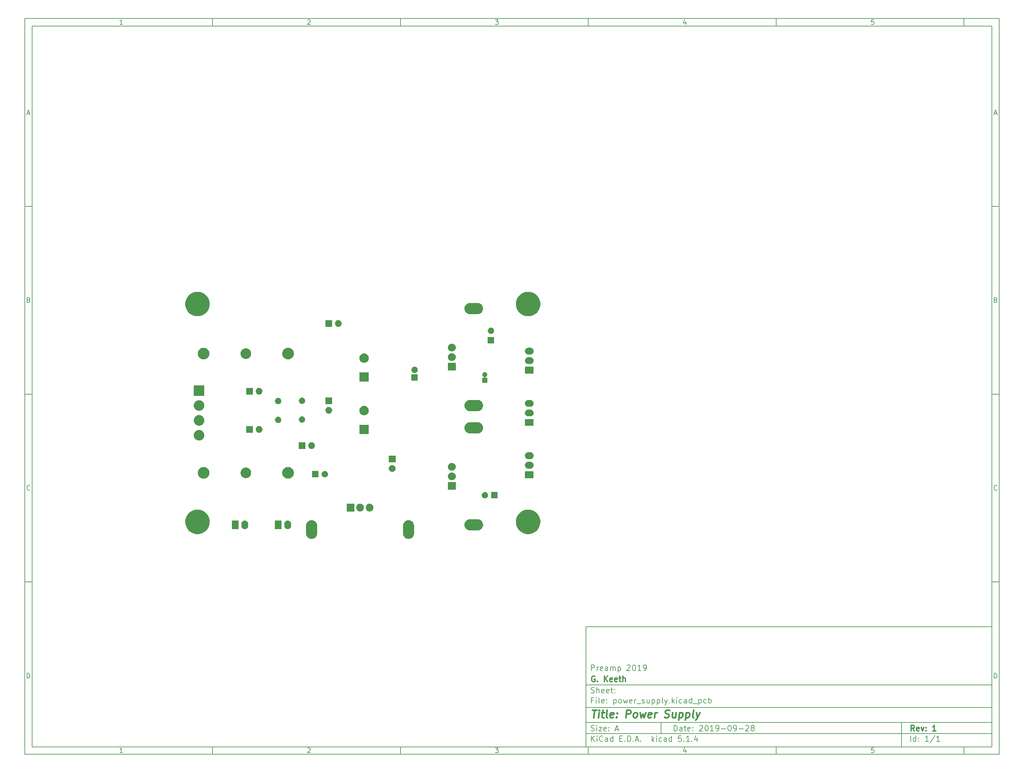
<source format=gbr>
G04 #@! TF.GenerationSoftware,KiCad,Pcbnew,5.1.4*
G04 #@! TF.CreationDate,2019-09-29T22:21:46-04:00*
G04 #@! TF.ProjectId,power_supply,706f7765-725f-4737-9570-706c792e6b69,1*
G04 #@! TF.SameCoordinates,Original*
G04 #@! TF.FileFunction,Soldermask,Bot*
G04 #@! TF.FilePolarity,Negative*
%FSLAX46Y46*%
G04 Gerber Fmt 4.6, Leading zero omitted, Abs format (unit mm)*
G04 Created by KiCad (PCBNEW 5.1.4) date 2019-09-29 22:21:46*
%MOMM*%
%LPD*%
G04 APERTURE LIST*
%ADD10C,0.100000*%
%ADD11C,0.150000*%
%ADD12C,0.300000*%
%ADD13C,0.400000*%
G04 APERTURE END LIST*
D10*
D11*
X159400000Y-171900000D02*
X159400000Y-203900000D01*
X267400000Y-203900000D01*
X267400000Y-171900000D01*
X159400000Y-171900000D01*
D10*
D11*
X10000000Y-10000000D02*
X10000000Y-205900000D01*
X269400000Y-205900000D01*
X269400000Y-10000000D01*
X10000000Y-10000000D01*
D10*
D11*
X12000000Y-12000000D02*
X12000000Y-203900000D01*
X267400000Y-203900000D01*
X267400000Y-12000000D01*
X12000000Y-12000000D01*
D10*
D11*
X60000000Y-12000000D02*
X60000000Y-10000000D01*
D10*
D11*
X110000000Y-12000000D02*
X110000000Y-10000000D01*
D10*
D11*
X160000000Y-12000000D02*
X160000000Y-10000000D01*
D10*
D11*
X210000000Y-12000000D02*
X210000000Y-10000000D01*
D10*
D11*
X260000000Y-12000000D02*
X260000000Y-10000000D01*
D10*
D11*
X36065476Y-11588095D02*
X35322619Y-11588095D01*
X35694047Y-11588095D02*
X35694047Y-10288095D01*
X35570238Y-10473809D01*
X35446428Y-10597619D01*
X35322619Y-10659523D01*
D10*
D11*
X85322619Y-10411904D02*
X85384523Y-10350000D01*
X85508333Y-10288095D01*
X85817857Y-10288095D01*
X85941666Y-10350000D01*
X86003571Y-10411904D01*
X86065476Y-10535714D01*
X86065476Y-10659523D01*
X86003571Y-10845238D01*
X85260714Y-11588095D01*
X86065476Y-11588095D01*
D10*
D11*
X135260714Y-10288095D02*
X136065476Y-10288095D01*
X135632142Y-10783333D01*
X135817857Y-10783333D01*
X135941666Y-10845238D01*
X136003571Y-10907142D01*
X136065476Y-11030952D01*
X136065476Y-11340476D01*
X136003571Y-11464285D01*
X135941666Y-11526190D01*
X135817857Y-11588095D01*
X135446428Y-11588095D01*
X135322619Y-11526190D01*
X135260714Y-11464285D01*
D10*
D11*
X185941666Y-10721428D02*
X185941666Y-11588095D01*
X185632142Y-10226190D02*
X185322619Y-11154761D01*
X186127380Y-11154761D01*
D10*
D11*
X236003571Y-10288095D02*
X235384523Y-10288095D01*
X235322619Y-10907142D01*
X235384523Y-10845238D01*
X235508333Y-10783333D01*
X235817857Y-10783333D01*
X235941666Y-10845238D01*
X236003571Y-10907142D01*
X236065476Y-11030952D01*
X236065476Y-11340476D01*
X236003571Y-11464285D01*
X235941666Y-11526190D01*
X235817857Y-11588095D01*
X235508333Y-11588095D01*
X235384523Y-11526190D01*
X235322619Y-11464285D01*
D10*
D11*
X60000000Y-203900000D02*
X60000000Y-205900000D01*
D10*
D11*
X110000000Y-203900000D02*
X110000000Y-205900000D01*
D10*
D11*
X160000000Y-203900000D02*
X160000000Y-205900000D01*
D10*
D11*
X210000000Y-203900000D02*
X210000000Y-205900000D01*
D10*
D11*
X260000000Y-203900000D02*
X260000000Y-205900000D01*
D10*
D11*
X36065476Y-205488095D02*
X35322619Y-205488095D01*
X35694047Y-205488095D02*
X35694047Y-204188095D01*
X35570238Y-204373809D01*
X35446428Y-204497619D01*
X35322619Y-204559523D01*
D10*
D11*
X85322619Y-204311904D02*
X85384523Y-204250000D01*
X85508333Y-204188095D01*
X85817857Y-204188095D01*
X85941666Y-204250000D01*
X86003571Y-204311904D01*
X86065476Y-204435714D01*
X86065476Y-204559523D01*
X86003571Y-204745238D01*
X85260714Y-205488095D01*
X86065476Y-205488095D01*
D10*
D11*
X135260714Y-204188095D02*
X136065476Y-204188095D01*
X135632142Y-204683333D01*
X135817857Y-204683333D01*
X135941666Y-204745238D01*
X136003571Y-204807142D01*
X136065476Y-204930952D01*
X136065476Y-205240476D01*
X136003571Y-205364285D01*
X135941666Y-205426190D01*
X135817857Y-205488095D01*
X135446428Y-205488095D01*
X135322619Y-205426190D01*
X135260714Y-205364285D01*
D10*
D11*
X185941666Y-204621428D02*
X185941666Y-205488095D01*
X185632142Y-204126190D02*
X185322619Y-205054761D01*
X186127380Y-205054761D01*
D10*
D11*
X236003571Y-204188095D02*
X235384523Y-204188095D01*
X235322619Y-204807142D01*
X235384523Y-204745238D01*
X235508333Y-204683333D01*
X235817857Y-204683333D01*
X235941666Y-204745238D01*
X236003571Y-204807142D01*
X236065476Y-204930952D01*
X236065476Y-205240476D01*
X236003571Y-205364285D01*
X235941666Y-205426190D01*
X235817857Y-205488095D01*
X235508333Y-205488095D01*
X235384523Y-205426190D01*
X235322619Y-205364285D01*
D10*
D11*
X10000000Y-60000000D02*
X12000000Y-60000000D01*
D10*
D11*
X10000000Y-110000000D02*
X12000000Y-110000000D01*
D10*
D11*
X10000000Y-160000000D02*
X12000000Y-160000000D01*
D10*
D11*
X10690476Y-35216666D02*
X11309523Y-35216666D01*
X10566666Y-35588095D02*
X11000000Y-34288095D01*
X11433333Y-35588095D01*
D10*
D11*
X11092857Y-84907142D02*
X11278571Y-84969047D01*
X11340476Y-85030952D01*
X11402380Y-85154761D01*
X11402380Y-85340476D01*
X11340476Y-85464285D01*
X11278571Y-85526190D01*
X11154761Y-85588095D01*
X10659523Y-85588095D01*
X10659523Y-84288095D01*
X11092857Y-84288095D01*
X11216666Y-84350000D01*
X11278571Y-84411904D01*
X11340476Y-84535714D01*
X11340476Y-84659523D01*
X11278571Y-84783333D01*
X11216666Y-84845238D01*
X11092857Y-84907142D01*
X10659523Y-84907142D01*
D10*
D11*
X11402380Y-135464285D02*
X11340476Y-135526190D01*
X11154761Y-135588095D01*
X11030952Y-135588095D01*
X10845238Y-135526190D01*
X10721428Y-135402380D01*
X10659523Y-135278571D01*
X10597619Y-135030952D01*
X10597619Y-134845238D01*
X10659523Y-134597619D01*
X10721428Y-134473809D01*
X10845238Y-134350000D01*
X11030952Y-134288095D01*
X11154761Y-134288095D01*
X11340476Y-134350000D01*
X11402380Y-134411904D01*
D10*
D11*
X10659523Y-185588095D02*
X10659523Y-184288095D01*
X10969047Y-184288095D01*
X11154761Y-184350000D01*
X11278571Y-184473809D01*
X11340476Y-184597619D01*
X11402380Y-184845238D01*
X11402380Y-185030952D01*
X11340476Y-185278571D01*
X11278571Y-185402380D01*
X11154761Y-185526190D01*
X10969047Y-185588095D01*
X10659523Y-185588095D01*
D10*
D11*
X269400000Y-60000000D02*
X267400000Y-60000000D01*
D10*
D11*
X269400000Y-110000000D02*
X267400000Y-110000000D01*
D10*
D11*
X269400000Y-160000000D02*
X267400000Y-160000000D01*
D10*
D11*
X268090476Y-35216666D02*
X268709523Y-35216666D01*
X267966666Y-35588095D02*
X268400000Y-34288095D01*
X268833333Y-35588095D01*
D10*
D11*
X268492857Y-84907142D02*
X268678571Y-84969047D01*
X268740476Y-85030952D01*
X268802380Y-85154761D01*
X268802380Y-85340476D01*
X268740476Y-85464285D01*
X268678571Y-85526190D01*
X268554761Y-85588095D01*
X268059523Y-85588095D01*
X268059523Y-84288095D01*
X268492857Y-84288095D01*
X268616666Y-84350000D01*
X268678571Y-84411904D01*
X268740476Y-84535714D01*
X268740476Y-84659523D01*
X268678571Y-84783333D01*
X268616666Y-84845238D01*
X268492857Y-84907142D01*
X268059523Y-84907142D01*
D10*
D11*
X268802380Y-135464285D02*
X268740476Y-135526190D01*
X268554761Y-135588095D01*
X268430952Y-135588095D01*
X268245238Y-135526190D01*
X268121428Y-135402380D01*
X268059523Y-135278571D01*
X267997619Y-135030952D01*
X267997619Y-134845238D01*
X268059523Y-134597619D01*
X268121428Y-134473809D01*
X268245238Y-134350000D01*
X268430952Y-134288095D01*
X268554761Y-134288095D01*
X268740476Y-134350000D01*
X268802380Y-134411904D01*
D10*
D11*
X268059523Y-185588095D02*
X268059523Y-184288095D01*
X268369047Y-184288095D01*
X268554761Y-184350000D01*
X268678571Y-184473809D01*
X268740476Y-184597619D01*
X268802380Y-184845238D01*
X268802380Y-185030952D01*
X268740476Y-185278571D01*
X268678571Y-185402380D01*
X268554761Y-185526190D01*
X268369047Y-185588095D01*
X268059523Y-185588095D01*
D10*
D11*
X182832142Y-199678571D02*
X182832142Y-198178571D01*
X183189285Y-198178571D01*
X183403571Y-198250000D01*
X183546428Y-198392857D01*
X183617857Y-198535714D01*
X183689285Y-198821428D01*
X183689285Y-199035714D01*
X183617857Y-199321428D01*
X183546428Y-199464285D01*
X183403571Y-199607142D01*
X183189285Y-199678571D01*
X182832142Y-199678571D01*
X184975000Y-199678571D02*
X184975000Y-198892857D01*
X184903571Y-198750000D01*
X184760714Y-198678571D01*
X184475000Y-198678571D01*
X184332142Y-198750000D01*
X184975000Y-199607142D02*
X184832142Y-199678571D01*
X184475000Y-199678571D01*
X184332142Y-199607142D01*
X184260714Y-199464285D01*
X184260714Y-199321428D01*
X184332142Y-199178571D01*
X184475000Y-199107142D01*
X184832142Y-199107142D01*
X184975000Y-199035714D01*
X185475000Y-198678571D02*
X186046428Y-198678571D01*
X185689285Y-198178571D02*
X185689285Y-199464285D01*
X185760714Y-199607142D01*
X185903571Y-199678571D01*
X186046428Y-199678571D01*
X187117857Y-199607142D02*
X186975000Y-199678571D01*
X186689285Y-199678571D01*
X186546428Y-199607142D01*
X186475000Y-199464285D01*
X186475000Y-198892857D01*
X186546428Y-198750000D01*
X186689285Y-198678571D01*
X186975000Y-198678571D01*
X187117857Y-198750000D01*
X187189285Y-198892857D01*
X187189285Y-199035714D01*
X186475000Y-199178571D01*
X187832142Y-199535714D02*
X187903571Y-199607142D01*
X187832142Y-199678571D01*
X187760714Y-199607142D01*
X187832142Y-199535714D01*
X187832142Y-199678571D01*
X187832142Y-198750000D02*
X187903571Y-198821428D01*
X187832142Y-198892857D01*
X187760714Y-198821428D01*
X187832142Y-198750000D01*
X187832142Y-198892857D01*
X189617857Y-198321428D02*
X189689285Y-198250000D01*
X189832142Y-198178571D01*
X190189285Y-198178571D01*
X190332142Y-198250000D01*
X190403571Y-198321428D01*
X190475000Y-198464285D01*
X190475000Y-198607142D01*
X190403571Y-198821428D01*
X189546428Y-199678571D01*
X190475000Y-199678571D01*
X191403571Y-198178571D02*
X191546428Y-198178571D01*
X191689285Y-198250000D01*
X191760714Y-198321428D01*
X191832142Y-198464285D01*
X191903571Y-198750000D01*
X191903571Y-199107142D01*
X191832142Y-199392857D01*
X191760714Y-199535714D01*
X191689285Y-199607142D01*
X191546428Y-199678571D01*
X191403571Y-199678571D01*
X191260714Y-199607142D01*
X191189285Y-199535714D01*
X191117857Y-199392857D01*
X191046428Y-199107142D01*
X191046428Y-198750000D01*
X191117857Y-198464285D01*
X191189285Y-198321428D01*
X191260714Y-198250000D01*
X191403571Y-198178571D01*
X193332142Y-199678571D02*
X192475000Y-199678571D01*
X192903571Y-199678571D02*
X192903571Y-198178571D01*
X192760714Y-198392857D01*
X192617857Y-198535714D01*
X192475000Y-198607142D01*
X194046428Y-199678571D02*
X194332142Y-199678571D01*
X194475000Y-199607142D01*
X194546428Y-199535714D01*
X194689285Y-199321428D01*
X194760714Y-199035714D01*
X194760714Y-198464285D01*
X194689285Y-198321428D01*
X194617857Y-198250000D01*
X194475000Y-198178571D01*
X194189285Y-198178571D01*
X194046428Y-198250000D01*
X193975000Y-198321428D01*
X193903571Y-198464285D01*
X193903571Y-198821428D01*
X193975000Y-198964285D01*
X194046428Y-199035714D01*
X194189285Y-199107142D01*
X194475000Y-199107142D01*
X194617857Y-199035714D01*
X194689285Y-198964285D01*
X194760714Y-198821428D01*
X195403571Y-199107142D02*
X196546428Y-199107142D01*
X197546428Y-198178571D02*
X197689285Y-198178571D01*
X197832142Y-198250000D01*
X197903571Y-198321428D01*
X197975000Y-198464285D01*
X198046428Y-198750000D01*
X198046428Y-199107142D01*
X197975000Y-199392857D01*
X197903571Y-199535714D01*
X197832142Y-199607142D01*
X197689285Y-199678571D01*
X197546428Y-199678571D01*
X197403571Y-199607142D01*
X197332142Y-199535714D01*
X197260714Y-199392857D01*
X197189285Y-199107142D01*
X197189285Y-198750000D01*
X197260714Y-198464285D01*
X197332142Y-198321428D01*
X197403571Y-198250000D01*
X197546428Y-198178571D01*
X198760714Y-199678571D02*
X199046428Y-199678571D01*
X199189285Y-199607142D01*
X199260714Y-199535714D01*
X199403571Y-199321428D01*
X199475000Y-199035714D01*
X199475000Y-198464285D01*
X199403571Y-198321428D01*
X199332142Y-198250000D01*
X199189285Y-198178571D01*
X198903571Y-198178571D01*
X198760714Y-198250000D01*
X198689285Y-198321428D01*
X198617857Y-198464285D01*
X198617857Y-198821428D01*
X198689285Y-198964285D01*
X198760714Y-199035714D01*
X198903571Y-199107142D01*
X199189285Y-199107142D01*
X199332142Y-199035714D01*
X199403571Y-198964285D01*
X199475000Y-198821428D01*
X200117857Y-199107142D02*
X201260714Y-199107142D01*
X201903571Y-198321428D02*
X201975000Y-198250000D01*
X202117857Y-198178571D01*
X202475000Y-198178571D01*
X202617857Y-198250000D01*
X202689285Y-198321428D01*
X202760714Y-198464285D01*
X202760714Y-198607142D01*
X202689285Y-198821428D01*
X201832142Y-199678571D01*
X202760714Y-199678571D01*
X203617857Y-198821428D02*
X203475000Y-198750000D01*
X203403571Y-198678571D01*
X203332142Y-198535714D01*
X203332142Y-198464285D01*
X203403571Y-198321428D01*
X203475000Y-198250000D01*
X203617857Y-198178571D01*
X203903571Y-198178571D01*
X204046428Y-198250000D01*
X204117857Y-198321428D01*
X204189285Y-198464285D01*
X204189285Y-198535714D01*
X204117857Y-198678571D01*
X204046428Y-198750000D01*
X203903571Y-198821428D01*
X203617857Y-198821428D01*
X203475000Y-198892857D01*
X203403571Y-198964285D01*
X203332142Y-199107142D01*
X203332142Y-199392857D01*
X203403571Y-199535714D01*
X203475000Y-199607142D01*
X203617857Y-199678571D01*
X203903571Y-199678571D01*
X204046428Y-199607142D01*
X204117857Y-199535714D01*
X204189285Y-199392857D01*
X204189285Y-199107142D01*
X204117857Y-198964285D01*
X204046428Y-198892857D01*
X203903571Y-198821428D01*
D10*
D11*
X159400000Y-200400000D02*
X267400000Y-200400000D01*
D10*
D11*
X160832142Y-202478571D02*
X160832142Y-200978571D01*
X161689285Y-202478571D02*
X161046428Y-201621428D01*
X161689285Y-200978571D02*
X160832142Y-201835714D01*
X162332142Y-202478571D02*
X162332142Y-201478571D01*
X162332142Y-200978571D02*
X162260714Y-201050000D01*
X162332142Y-201121428D01*
X162403571Y-201050000D01*
X162332142Y-200978571D01*
X162332142Y-201121428D01*
X163903571Y-202335714D02*
X163832142Y-202407142D01*
X163617857Y-202478571D01*
X163475000Y-202478571D01*
X163260714Y-202407142D01*
X163117857Y-202264285D01*
X163046428Y-202121428D01*
X162975000Y-201835714D01*
X162975000Y-201621428D01*
X163046428Y-201335714D01*
X163117857Y-201192857D01*
X163260714Y-201050000D01*
X163475000Y-200978571D01*
X163617857Y-200978571D01*
X163832142Y-201050000D01*
X163903571Y-201121428D01*
X165189285Y-202478571D02*
X165189285Y-201692857D01*
X165117857Y-201550000D01*
X164975000Y-201478571D01*
X164689285Y-201478571D01*
X164546428Y-201550000D01*
X165189285Y-202407142D02*
X165046428Y-202478571D01*
X164689285Y-202478571D01*
X164546428Y-202407142D01*
X164475000Y-202264285D01*
X164475000Y-202121428D01*
X164546428Y-201978571D01*
X164689285Y-201907142D01*
X165046428Y-201907142D01*
X165189285Y-201835714D01*
X166546428Y-202478571D02*
X166546428Y-200978571D01*
X166546428Y-202407142D02*
X166403571Y-202478571D01*
X166117857Y-202478571D01*
X165975000Y-202407142D01*
X165903571Y-202335714D01*
X165832142Y-202192857D01*
X165832142Y-201764285D01*
X165903571Y-201621428D01*
X165975000Y-201550000D01*
X166117857Y-201478571D01*
X166403571Y-201478571D01*
X166546428Y-201550000D01*
X168403571Y-201692857D02*
X168903571Y-201692857D01*
X169117857Y-202478571D02*
X168403571Y-202478571D01*
X168403571Y-200978571D01*
X169117857Y-200978571D01*
X169760714Y-202335714D02*
X169832142Y-202407142D01*
X169760714Y-202478571D01*
X169689285Y-202407142D01*
X169760714Y-202335714D01*
X169760714Y-202478571D01*
X170475000Y-202478571D02*
X170475000Y-200978571D01*
X170832142Y-200978571D01*
X171046428Y-201050000D01*
X171189285Y-201192857D01*
X171260714Y-201335714D01*
X171332142Y-201621428D01*
X171332142Y-201835714D01*
X171260714Y-202121428D01*
X171189285Y-202264285D01*
X171046428Y-202407142D01*
X170832142Y-202478571D01*
X170475000Y-202478571D01*
X171975000Y-202335714D02*
X172046428Y-202407142D01*
X171975000Y-202478571D01*
X171903571Y-202407142D01*
X171975000Y-202335714D01*
X171975000Y-202478571D01*
X172617857Y-202050000D02*
X173332142Y-202050000D01*
X172475000Y-202478571D02*
X172975000Y-200978571D01*
X173475000Y-202478571D01*
X173975000Y-202335714D02*
X174046428Y-202407142D01*
X173975000Y-202478571D01*
X173903571Y-202407142D01*
X173975000Y-202335714D01*
X173975000Y-202478571D01*
X176975000Y-202478571D02*
X176975000Y-200978571D01*
X177117857Y-201907142D02*
X177546428Y-202478571D01*
X177546428Y-201478571D02*
X176975000Y-202050000D01*
X178189285Y-202478571D02*
X178189285Y-201478571D01*
X178189285Y-200978571D02*
X178117857Y-201050000D01*
X178189285Y-201121428D01*
X178260714Y-201050000D01*
X178189285Y-200978571D01*
X178189285Y-201121428D01*
X179546428Y-202407142D02*
X179403571Y-202478571D01*
X179117857Y-202478571D01*
X178975000Y-202407142D01*
X178903571Y-202335714D01*
X178832142Y-202192857D01*
X178832142Y-201764285D01*
X178903571Y-201621428D01*
X178975000Y-201550000D01*
X179117857Y-201478571D01*
X179403571Y-201478571D01*
X179546428Y-201550000D01*
X180832142Y-202478571D02*
X180832142Y-201692857D01*
X180760714Y-201550000D01*
X180617857Y-201478571D01*
X180332142Y-201478571D01*
X180189285Y-201550000D01*
X180832142Y-202407142D02*
X180689285Y-202478571D01*
X180332142Y-202478571D01*
X180189285Y-202407142D01*
X180117857Y-202264285D01*
X180117857Y-202121428D01*
X180189285Y-201978571D01*
X180332142Y-201907142D01*
X180689285Y-201907142D01*
X180832142Y-201835714D01*
X182189285Y-202478571D02*
X182189285Y-200978571D01*
X182189285Y-202407142D02*
X182046428Y-202478571D01*
X181760714Y-202478571D01*
X181617857Y-202407142D01*
X181546428Y-202335714D01*
X181475000Y-202192857D01*
X181475000Y-201764285D01*
X181546428Y-201621428D01*
X181617857Y-201550000D01*
X181760714Y-201478571D01*
X182046428Y-201478571D01*
X182189285Y-201550000D01*
X184760714Y-200978571D02*
X184046428Y-200978571D01*
X183975000Y-201692857D01*
X184046428Y-201621428D01*
X184189285Y-201550000D01*
X184546428Y-201550000D01*
X184689285Y-201621428D01*
X184760714Y-201692857D01*
X184832142Y-201835714D01*
X184832142Y-202192857D01*
X184760714Y-202335714D01*
X184689285Y-202407142D01*
X184546428Y-202478571D01*
X184189285Y-202478571D01*
X184046428Y-202407142D01*
X183975000Y-202335714D01*
X185475000Y-202335714D02*
X185546428Y-202407142D01*
X185475000Y-202478571D01*
X185403571Y-202407142D01*
X185475000Y-202335714D01*
X185475000Y-202478571D01*
X186975000Y-202478571D02*
X186117857Y-202478571D01*
X186546428Y-202478571D02*
X186546428Y-200978571D01*
X186403571Y-201192857D01*
X186260714Y-201335714D01*
X186117857Y-201407142D01*
X187617857Y-202335714D02*
X187689285Y-202407142D01*
X187617857Y-202478571D01*
X187546428Y-202407142D01*
X187617857Y-202335714D01*
X187617857Y-202478571D01*
X188975000Y-201478571D02*
X188975000Y-202478571D01*
X188617857Y-200907142D02*
X188260714Y-201978571D01*
X189189285Y-201978571D01*
D10*
D11*
X159400000Y-197400000D02*
X267400000Y-197400000D01*
D10*
D12*
X246809285Y-199678571D02*
X246309285Y-198964285D01*
X245952142Y-199678571D02*
X245952142Y-198178571D01*
X246523571Y-198178571D01*
X246666428Y-198250000D01*
X246737857Y-198321428D01*
X246809285Y-198464285D01*
X246809285Y-198678571D01*
X246737857Y-198821428D01*
X246666428Y-198892857D01*
X246523571Y-198964285D01*
X245952142Y-198964285D01*
X248023571Y-199607142D02*
X247880714Y-199678571D01*
X247595000Y-199678571D01*
X247452142Y-199607142D01*
X247380714Y-199464285D01*
X247380714Y-198892857D01*
X247452142Y-198750000D01*
X247595000Y-198678571D01*
X247880714Y-198678571D01*
X248023571Y-198750000D01*
X248095000Y-198892857D01*
X248095000Y-199035714D01*
X247380714Y-199178571D01*
X248595000Y-198678571D02*
X248952142Y-199678571D01*
X249309285Y-198678571D01*
X249880714Y-199535714D02*
X249952142Y-199607142D01*
X249880714Y-199678571D01*
X249809285Y-199607142D01*
X249880714Y-199535714D01*
X249880714Y-199678571D01*
X249880714Y-198750000D02*
X249952142Y-198821428D01*
X249880714Y-198892857D01*
X249809285Y-198821428D01*
X249880714Y-198750000D01*
X249880714Y-198892857D01*
X252523571Y-199678571D02*
X251666428Y-199678571D01*
X252095000Y-199678571D02*
X252095000Y-198178571D01*
X251952142Y-198392857D01*
X251809285Y-198535714D01*
X251666428Y-198607142D01*
D10*
D11*
X160760714Y-199607142D02*
X160975000Y-199678571D01*
X161332142Y-199678571D01*
X161475000Y-199607142D01*
X161546428Y-199535714D01*
X161617857Y-199392857D01*
X161617857Y-199250000D01*
X161546428Y-199107142D01*
X161475000Y-199035714D01*
X161332142Y-198964285D01*
X161046428Y-198892857D01*
X160903571Y-198821428D01*
X160832142Y-198750000D01*
X160760714Y-198607142D01*
X160760714Y-198464285D01*
X160832142Y-198321428D01*
X160903571Y-198250000D01*
X161046428Y-198178571D01*
X161403571Y-198178571D01*
X161617857Y-198250000D01*
X162260714Y-199678571D02*
X162260714Y-198678571D01*
X162260714Y-198178571D02*
X162189285Y-198250000D01*
X162260714Y-198321428D01*
X162332142Y-198250000D01*
X162260714Y-198178571D01*
X162260714Y-198321428D01*
X162832142Y-198678571D02*
X163617857Y-198678571D01*
X162832142Y-199678571D01*
X163617857Y-199678571D01*
X164760714Y-199607142D02*
X164617857Y-199678571D01*
X164332142Y-199678571D01*
X164189285Y-199607142D01*
X164117857Y-199464285D01*
X164117857Y-198892857D01*
X164189285Y-198750000D01*
X164332142Y-198678571D01*
X164617857Y-198678571D01*
X164760714Y-198750000D01*
X164832142Y-198892857D01*
X164832142Y-199035714D01*
X164117857Y-199178571D01*
X165475000Y-199535714D02*
X165546428Y-199607142D01*
X165475000Y-199678571D01*
X165403571Y-199607142D01*
X165475000Y-199535714D01*
X165475000Y-199678571D01*
X165475000Y-198750000D02*
X165546428Y-198821428D01*
X165475000Y-198892857D01*
X165403571Y-198821428D01*
X165475000Y-198750000D01*
X165475000Y-198892857D01*
X167260714Y-199250000D02*
X167975000Y-199250000D01*
X167117857Y-199678571D02*
X167617857Y-198178571D01*
X168117857Y-199678571D01*
D10*
D11*
X245832142Y-202478571D02*
X245832142Y-200978571D01*
X247189285Y-202478571D02*
X247189285Y-200978571D01*
X247189285Y-202407142D02*
X247046428Y-202478571D01*
X246760714Y-202478571D01*
X246617857Y-202407142D01*
X246546428Y-202335714D01*
X246475000Y-202192857D01*
X246475000Y-201764285D01*
X246546428Y-201621428D01*
X246617857Y-201550000D01*
X246760714Y-201478571D01*
X247046428Y-201478571D01*
X247189285Y-201550000D01*
X247903571Y-202335714D02*
X247975000Y-202407142D01*
X247903571Y-202478571D01*
X247832142Y-202407142D01*
X247903571Y-202335714D01*
X247903571Y-202478571D01*
X247903571Y-201550000D02*
X247975000Y-201621428D01*
X247903571Y-201692857D01*
X247832142Y-201621428D01*
X247903571Y-201550000D01*
X247903571Y-201692857D01*
X250546428Y-202478571D02*
X249689285Y-202478571D01*
X250117857Y-202478571D02*
X250117857Y-200978571D01*
X249975000Y-201192857D01*
X249832142Y-201335714D01*
X249689285Y-201407142D01*
X252260714Y-200907142D02*
X250975000Y-202835714D01*
X253546428Y-202478571D02*
X252689285Y-202478571D01*
X253117857Y-202478571D02*
X253117857Y-200978571D01*
X252975000Y-201192857D01*
X252832142Y-201335714D01*
X252689285Y-201407142D01*
D10*
D11*
X159400000Y-193400000D02*
X267400000Y-193400000D01*
D10*
D13*
X161112380Y-194104761D02*
X162255238Y-194104761D01*
X161433809Y-196104761D02*
X161683809Y-194104761D01*
X162671904Y-196104761D02*
X162838571Y-194771428D01*
X162921904Y-194104761D02*
X162814761Y-194200000D01*
X162898095Y-194295238D01*
X163005238Y-194200000D01*
X162921904Y-194104761D01*
X162898095Y-194295238D01*
X163505238Y-194771428D02*
X164267142Y-194771428D01*
X163874285Y-194104761D02*
X163660000Y-195819047D01*
X163731428Y-196009523D01*
X163910000Y-196104761D01*
X164100476Y-196104761D01*
X165052857Y-196104761D02*
X164874285Y-196009523D01*
X164802857Y-195819047D01*
X165017142Y-194104761D01*
X166588571Y-196009523D02*
X166386190Y-196104761D01*
X166005238Y-196104761D01*
X165826666Y-196009523D01*
X165755238Y-195819047D01*
X165850476Y-195057142D01*
X165969523Y-194866666D01*
X166171904Y-194771428D01*
X166552857Y-194771428D01*
X166731428Y-194866666D01*
X166802857Y-195057142D01*
X166779047Y-195247619D01*
X165802857Y-195438095D01*
X167552857Y-195914285D02*
X167636190Y-196009523D01*
X167529047Y-196104761D01*
X167445714Y-196009523D01*
X167552857Y-195914285D01*
X167529047Y-196104761D01*
X167683809Y-194866666D02*
X167767142Y-194961904D01*
X167660000Y-195057142D01*
X167576666Y-194961904D01*
X167683809Y-194866666D01*
X167660000Y-195057142D01*
X170005238Y-196104761D02*
X170255238Y-194104761D01*
X171017142Y-194104761D01*
X171195714Y-194200000D01*
X171279047Y-194295238D01*
X171350476Y-194485714D01*
X171314761Y-194771428D01*
X171195714Y-194961904D01*
X171088571Y-195057142D01*
X170886190Y-195152380D01*
X170124285Y-195152380D01*
X172290952Y-196104761D02*
X172112380Y-196009523D01*
X172029047Y-195914285D01*
X171957619Y-195723809D01*
X172029047Y-195152380D01*
X172148095Y-194961904D01*
X172255238Y-194866666D01*
X172457619Y-194771428D01*
X172743333Y-194771428D01*
X172921904Y-194866666D01*
X173005238Y-194961904D01*
X173076666Y-195152380D01*
X173005238Y-195723809D01*
X172886190Y-195914285D01*
X172779047Y-196009523D01*
X172576666Y-196104761D01*
X172290952Y-196104761D01*
X173790952Y-194771428D02*
X174005238Y-196104761D01*
X174505238Y-195152380D01*
X174767142Y-196104761D01*
X175314761Y-194771428D01*
X176683809Y-196009523D02*
X176481428Y-196104761D01*
X176100476Y-196104761D01*
X175921904Y-196009523D01*
X175850476Y-195819047D01*
X175945714Y-195057142D01*
X176064761Y-194866666D01*
X176267142Y-194771428D01*
X176648095Y-194771428D01*
X176826666Y-194866666D01*
X176898095Y-195057142D01*
X176874285Y-195247619D01*
X175898095Y-195438095D01*
X177624285Y-196104761D02*
X177790952Y-194771428D01*
X177743333Y-195152380D02*
X177862380Y-194961904D01*
X177969523Y-194866666D01*
X178171904Y-194771428D01*
X178362380Y-194771428D01*
X180302857Y-196009523D02*
X180576666Y-196104761D01*
X181052857Y-196104761D01*
X181255238Y-196009523D01*
X181362380Y-195914285D01*
X181481428Y-195723809D01*
X181505238Y-195533333D01*
X181433809Y-195342857D01*
X181350476Y-195247619D01*
X181171904Y-195152380D01*
X180802857Y-195057142D01*
X180624285Y-194961904D01*
X180540952Y-194866666D01*
X180469523Y-194676190D01*
X180493333Y-194485714D01*
X180612380Y-194295238D01*
X180719523Y-194200000D01*
X180921904Y-194104761D01*
X181398095Y-194104761D01*
X181671904Y-194200000D01*
X183314761Y-194771428D02*
X183148095Y-196104761D01*
X182457619Y-194771428D02*
X182326666Y-195819047D01*
X182398095Y-196009523D01*
X182576666Y-196104761D01*
X182862380Y-196104761D01*
X183064761Y-196009523D01*
X183171904Y-195914285D01*
X184267142Y-194771428D02*
X184017142Y-196771428D01*
X184255238Y-194866666D02*
X184457619Y-194771428D01*
X184838571Y-194771428D01*
X185017142Y-194866666D01*
X185100476Y-194961904D01*
X185171904Y-195152380D01*
X185100476Y-195723809D01*
X184981428Y-195914285D01*
X184874285Y-196009523D01*
X184671904Y-196104761D01*
X184290952Y-196104761D01*
X184112380Y-196009523D01*
X186076666Y-194771428D02*
X185826666Y-196771428D01*
X186064761Y-194866666D02*
X186267142Y-194771428D01*
X186648095Y-194771428D01*
X186826666Y-194866666D01*
X186910000Y-194961904D01*
X186981428Y-195152380D01*
X186910000Y-195723809D01*
X186790952Y-195914285D01*
X186683809Y-196009523D01*
X186481428Y-196104761D01*
X186100476Y-196104761D01*
X185921904Y-196009523D01*
X188005238Y-196104761D02*
X187826666Y-196009523D01*
X187755238Y-195819047D01*
X187969523Y-194104761D01*
X188743333Y-194771428D02*
X189052857Y-196104761D01*
X189695714Y-194771428D02*
X189052857Y-196104761D01*
X188802857Y-196580952D01*
X188695714Y-196676190D01*
X188493333Y-196771428D01*
D10*
D11*
X161332142Y-191492857D02*
X160832142Y-191492857D01*
X160832142Y-192278571D02*
X160832142Y-190778571D01*
X161546428Y-190778571D01*
X162117857Y-192278571D02*
X162117857Y-191278571D01*
X162117857Y-190778571D02*
X162046428Y-190850000D01*
X162117857Y-190921428D01*
X162189285Y-190850000D01*
X162117857Y-190778571D01*
X162117857Y-190921428D01*
X163046428Y-192278571D02*
X162903571Y-192207142D01*
X162832142Y-192064285D01*
X162832142Y-190778571D01*
X164189285Y-192207142D02*
X164046428Y-192278571D01*
X163760714Y-192278571D01*
X163617857Y-192207142D01*
X163546428Y-192064285D01*
X163546428Y-191492857D01*
X163617857Y-191350000D01*
X163760714Y-191278571D01*
X164046428Y-191278571D01*
X164189285Y-191350000D01*
X164260714Y-191492857D01*
X164260714Y-191635714D01*
X163546428Y-191778571D01*
X164903571Y-192135714D02*
X164975000Y-192207142D01*
X164903571Y-192278571D01*
X164832142Y-192207142D01*
X164903571Y-192135714D01*
X164903571Y-192278571D01*
X164903571Y-191350000D02*
X164975000Y-191421428D01*
X164903571Y-191492857D01*
X164832142Y-191421428D01*
X164903571Y-191350000D01*
X164903571Y-191492857D01*
X166760714Y-191278571D02*
X166760714Y-192778571D01*
X166760714Y-191350000D02*
X166903571Y-191278571D01*
X167189285Y-191278571D01*
X167332142Y-191350000D01*
X167403571Y-191421428D01*
X167475000Y-191564285D01*
X167475000Y-191992857D01*
X167403571Y-192135714D01*
X167332142Y-192207142D01*
X167189285Y-192278571D01*
X166903571Y-192278571D01*
X166760714Y-192207142D01*
X168332142Y-192278571D02*
X168189285Y-192207142D01*
X168117857Y-192135714D01*
X168046428Y-191992857D01*
X168046428Y-191564285D01*
X168117857Y-191421428D01*
X168189285Y-191350000D01*
X168332142Y-191278571D01*
X168546428Y-191278571D01*
X168689285Y-191350000D01*
X168760714Y-191421428D01*
X168832142Y-191564285D01*
X168832142Y-191992857D01*
X168760714Y-192135714D01*
X168689285Y-192207142D01*
X168546428Y-192278571D01*
X168332142Y-192278571D01*
X169332142Y-191278571D02*
X169617857Y-192278571D01*
X169903571Y-191564285D01*
X170189285Y-192278571D01*
X170475000Y-191278571D01*
X171617857Y-192207142D02*
X171475000Y-192278571D01*
X171189285Y-192278571D01*
X171046428Y-192207142D01*
X170975000Y-192064285D01*
X170975000Y-191492857D01*
X171046428Y-191350000D01*
X171189285Y-191278571D01*
X171475000Y-191278571D01*
X171617857Y-191350000D01*
X171689285Y-191492857D01*
X171689285Y-191635714D01*
X170975000Y-191778571D01*
X172332142Y-192278571D02*
X172332142Y-191278571D01*
X172332142Y-191564285D02*
X172403571Y-191421428D01*
X172475000Y-191350000D01*
X172617857Y-191278571D01*
X172760714Y-191278571D01*
X172903571Y-192421428D02*
X174046428Y-192421428D01*
X174332142Y-192207142D02*
X174475000Y-192278571D01*
X174760714Y-192278571D01*
X174903571Y-192207142D01*
X174975000Y-192064285D01*
X174975000Y-191992857D01*
X174903571Y-191850000D01*
X174760714Y-191778571D01*
X174546428Y-191778571D01*
X174403571Y-191707142D01*
X174332142Y-191564285D01*
X174332142Y-191492857D01*
X174403571Y-191350000D01*
X174546428Y-191278571D01*
X174760714Y-191278571D01*
X174903571Y-191350000D01*
X176260714Y-191278571D02*
X176260714Y-192278571D01*
X175617857Y-191278571D02*
X175617857Y-192064285D01*
X175689285Y-192207142D01*
X175832142Y-192278571D01*
X176046428Y-192278571D01*
X176189285Y-192207142D01*
X176260714Y-192135714D01*
X176975000Y-191278571D02*
X176975000Y-192778571D01*
X176975000Y-191350000D02*
X177117857Y-191278571D01*
X177403571Y-191278571D01*
X177546428Y-191350000D01*
X177617857Y-191421428D01*
X177689285Y-191564285D01*
X177689285Y-191992857D01*
X177617857Y-192135714D01*
X177546428Y-192207142D01*
X177403571Y-192278571D01*
X177117857Y-192278571D01*
X176975000Y-192207142D01*
X178332142Y-191278571D02*
X178332142Y-192778571D01*
X178332142Y-191350000D02*
X178475000Y-191278571D01*
X178760714Y-191278571D01*
X178903571Y-191350000D01*
X178975000Y-191421428D01*
X179046428Y-191564285D01*
X179046428Y-191992857D01*
X178975000Y-192135714D01*
X178903571Y-192207142D01*
X178760714Y-192278571D01*
X178475000Y-192278571D01*
X178332142Y-192207142D01*
X179903571Y-192278571D02*
X179760714Y-192207142D01*
X179689285Y-192064285D01*
X179689285Y-190778571D01*
X180332142Y-191278571D02*
X180689285Y-192278571D01*
X181046428Y-191278571D02*
X180689285Y-192278571D01*
X180546428Y-192635714D01*
X180475000Y-192707142D01*
X180332142Y-192778571D01*
X181617857Y-192135714D02*
X181689285Y-192207142D01*
X181617857Y-192278571D01*
X181546428Y-192207142D01*
X181617857Y-192135714D01*
X181617857Y-192278571D01*
X182332142Y-192278571D02*
X182332142Y-190778571D01*
X182475000Y-191707142D02*
X182903571Y-192278571D01*
X182903571Y-191278571D02*
X182332142Y-191850000D01*
X183546428Y-192278571D02*
X183546428Y-191278571D01*
X183546428Y-190778571D02*
X183475000Y-190850000D01*
X183546428Y-190921428D01*
X183617857Y-190850000D01*
X183546428Y-190778571D01*
X183546428Y-190921428D01*
X184903571Y-192207142D02*
X184760714Y-192278571D01*
X184475000Y-192278571D01*
X184332142Y-192207142D01*
X184260714Y-192135714D01*
X184189285Y-191992857D01*
X184189285Y-191564285D01*
X184260714Y-191421428D01*
X184332142Y-191350000D01*
X184475000Y-191278571D01*
X184760714Y-191278571D01*
X184903571Y-191350000D01*
X186189285Y-192278571D02*
X186189285Y-191492857D01*
X186117857Y-191350000D01*
X185975000Y-191278571D01*
X185689285Y-191278571D01*
X185546428Y-191350000D01*
X186189285Y-192207142D02*
X186046428Y-192278571D01*
X185689285Y-192278571D01*
X185546428Y-192207142D01*
X185475000Y-192064285D01*
X185475000Y-191921428D01*
X185546428Y-191778571D01*
X185689285Y-191707142D01*
X186046428Y-191707142D01*
X186189285Y-191635714D01*
X187546428Y-192278571D02*
X187546428Y-190778571D01*
X187546428Y-192207142D02*
X187403571Y-192278571D01*
X187117857Y-192278571D01*
X186975000Y-192207142D01*
X186903571Y-192135714D01*
X186832142Y-191992857D01*
X186832142Y-191564285D01*
X186903571Y-191421428D01*
X186975000Y-191350000D01*
X187117857Y-191278571D01*
X187403571Y-191278571D01*
X187546428Y-191350000D01*
X187903571Y-192421428D02*
X189046428Y-192421428D01*
X189403571Y-191278571D02*
X189403571Y-192778571D01*
X189403571Y-191350000D02*
X189546428Y-191278571D01*
X189832142Y-191278571D01*
X189975000Y-191350000D01*
X190046428Y-191421428D01*
X190117857Y-191564285D01*
X190117857Y-191992857D01*
X190046428Y-192135714D01*
X189975000Y-192207142D01*
X189832142Y-192278571D01*
X189546428Y-192278571D01*
X189403571Y-192207142D01*
X191403571Y-192207142D02*
X191260714Y-192278571D01*
X190975000Y-192278571D01*
X190832142Y-192207142D01*
X190760714Y-192135714D01*
X190689285Y-191992857D01*
X190689285Y-191564285D01*
X190760714Y-191421428D01*
X190832142Y-191350000D01*
X190975000Y-191278571D01*
X191260714Y-191278571D01*
X191403571Y-191350000D01*
X192046428Y-192278571D02*
X192046428Y-190778571D01*
X192046428Y-191350000D02*
X192189285Y-191278571D01*
X192475000Y-191278571D01*
X192617857Y-191350000D01*
X192689285Y-191421428D01*
X192760714Y-191564285D01*
X192760714Y-191992857D01*
X192689285Y-192135714D01*
X192617857Y-192207142D01*
X192475000Y-192278571D01*
X192189285Y-192278571D01*
X192046428Y-192207142D01*
D10*
D11*
X159400000Y-187400000D02*
X267400000Y-187400000D01*
D10*
D11*
X160760714Y-189507142D02*
X160975000Y-189578571D01*
X161332142Y-189578571D01*
X161475000Y-189507142D01*
X161546428Y-189435714D01*
X161617857Y-189292857D01*
X161617857Y-189150000D01*
X161546428Y-189007142D01*
X161475000Y-188935714D01*
X161332142Y-188864285D01*
X161046428Y-188792857D01*
X160903571Y-188721428D01*
X160832142Y-188650000D01*
X160760714Y-188507142D01*
X160760714Y-188364285D01*
X160832142Y-188221428D01*
X160903571Y-188150000D01*
X161046428Y-188078571D01*
X161403571Y-188078571D01*
X161617857Y-188150000D01*
X162260714Y-189578571D02*
X162260714Y-188078571D01*
X162903571Y-189578571D02*
X162903571Y-188792857D01*
X162832142Y-188650000D01*
X162689285Y-188578571D01*
X162475000Y-188578571D01*
X162332142Y-188650000D01*
X162260714Y-188721428D01*
X164189285Y-189507142D02*
X164046428Y-189578571D01*
X163760714Y-189578571D01*
X163617857Y-189507142D01*
X163546428Y-189364285D01*
X163546428Y-188792857D01*
X163617857Y-188650000D01*
X163760714Y-188578571D01*
X164046428Y-188578571D01*
X164189285Y-188650000D01*
X164260714Y-188792857D01*
X164260714Y-188935714D01*
X163546428Y-189078571D01*
X165475000Y-189507142D02*
X165332142Y-189578571D01*
X165046428Y-189578571D01*
X164903571Y-189507142D01*
X164832142Y-189364285D01*
X164832142Y-188792857D01*
X164903571Y-188650000D01*
X165046428Y-188578571D01*
X165332142Y-188578571D01*
X165475000Y-188650000D01*
X165546428Y-188792857D01*
X165546428Y-188935714D01*
X164832142Y-189078571D01*
X165975000Y-188578571D02*
X166546428Y-188578571D01*
X166189285Y-188078571D02*
X166189285Y-189364285D01*
X166260714Y-189507142D01*
X166403571Y-189578571D01*
X166546428Y-189578571D01*
X167046428Y-189435714D02*
X167117857Y-189507142D01*
X167046428Y-189578571D01*
X166975000Y-189507142D01*
X167046428Y-189435714D01*
X167046428Y-189578571D01*
X167046428Y-188650000D02*
X167117857Y-188721428D01*
X167046428Y-188792857D01*
X166975000Y-188721428D01*
X167046428Y-188650000D01*
X167046428Y-188792857D01*
D10*
D12*
X161737857Y-185150000D02*
X161595000Y-185078571D01*
X161380714Y-185078571D01*
X161166428Y-185150000D01*
X161023571Y-185292857D01*
X160952142Y-185435714D01*
X160880714Y-185721428D01*
X160880714Y-185935714D01*
X160952142Y-186221428D01*
X161023571Y-186364285D01*
X161166428Y-186507142D01*
X161380714Y-186578571D01*
X161523571Y-186578571D01*
X161737857Y-186507142D01*
X161809285Y-186435714D01*
X161809285Y-185935714D01*
X161523571Y-185935714D01*
X162452142Y-186435714D02*
X162523571Y-186507142D01*
X162452142Y-186578571D01*
X162380714Y-186507142D01*
X162452142Y-186435714D01*
X162452142Y-186578571D01*
X164309285Y-186578571D02*
X164309285Y-185078571D01*
X165166428Y-186578571D02*
X164523571Y-185721428D01*
X165166428Y-185078571D02*
X164309285Y-185935714D01*
X166380714Y-186507142D02*
X166237857Y-186578571D01*
X165952142Y-186578571D01*
X165809285Y-186507142D01*
X165737857Y-186364285D01*
X165737857Y-185792857D01*
X165809285Y-185650000D01*
X165952142Y-185578571D01*
X166237857Y-185578571D01*
X166380714Y-185650000D01*
X166452142Y-185792857D01*
X166452142Y-185935714D01*
X165737857Y-186078571D01*
X167666428Y-186507142D02*
X167523571Y-186578571D01*
X167237857Y-186578571D01*
X167095000Y-186507142D01*
X167023571Y-186364285D01*
X167023571Y-185792857D01*
X167095000Y-185650000D01*
X167237857Y-185578571D01*
X167523571Y-185578571D01*
X167666428Y-185650000D01*
X167737857Y-185792857D01*
X167737857Y-185935714D01*
X167023571Y-186078571D01*
X168166428Y-185578571D02*
X168737857Y-185578571D01*
X168380714Y-185078571D02*
X168380714Y-186364285D01*
X168452142Y-186507142D01*
X168595000Y-186578571D01*
X168737857Y-186578571D01*
X169237857Y-186578571D02*
X169237857Y-185078571D01*
X169880714Y-186578571D02*
X169880714Y-185792857D01*
X169809285Y-185650000D01*
X169666428Y-185578571D01*
X169452142Y-185578571D01*
X169309285Y-185650000D01*
X169237857Y-185721428D01*
D10*
D11*
X160832142Y-183578571D02*
X160832142Y-182078571D01*
X161403571Y-182078571D01*
X161546428Y-182150000D01*
X161617857Y-182221428D01*
X161689285Y-182364285D01*
X161689285Y-182578571D01*
X161617857Y-182721428D01*
X161546428Y-182792857D01*
X161403571Y-182864285D01*
X160832142Y-182864285D01*
X162332142Y-183578571D02*
X162332142Y-182578571D01*
X162332142Y-182864285D02*
X162403571Y-182721428D01*
X162475000Y-182650000D01*
X162617857Y-182578571D01*
X162760714Y-182578571D01*
X163832142Y-183507142D02*
X163689285Y-183578571D01*
X163403571Y-183578571D01*
X163260714Y-183507142D01*
X163189285Y-183364285D01*
X163189285Y-182792857D01*
X163260714Y-182650000D01*
X163403571Y-182578571D01*
X163689285Y-182578571D01*
X163832142Y-182650000D01*
X163903571Y-182792857D01*
X163903571Y-182935714D01*
X163189285Y-183078571D01*
X165189285Y-183578571D02*
X165189285Y-182792857D01*
X165117857Y-182650000D01*
X164975000Y-182578571D01*
X164689285Y-182578571D01*
X164546428Y-182650000D01*
X165189285Y-183507142D02*
X165046428Y-183578571D01*
X164689285Y-183578571D01*
X164546428Y-183507142D01*
X164475000Y-183364285D01*
X164475000Y-183221428D01*
X164546428Y-183078571D01*
X164689285Y-183007142D01*
X165046428Y-183007142D01*
X165189285Y-182935714D01*
X165903571Y-183578571D02*
X165903571Y-182578571D01*
X165903571Y-182721428D02*
X165975000Y-182650000D01*
X166117857Y-182578571D01*
X166332142Y-182578571D01*
X166475000Y-182650000D01*
X166546428Y-182792857D01*
X166546428Y-183578571D01*
X166546428Y-182792857D02*
X166617857Y-182650000D01*
X166760714Y-182578571D01*
X166975000Y-182578571D01*
X167117857Y-182650000D01*
X167189285Y-182792857D01*
X167189285Y-183578571D01*
X167903571Y-182578571D02*
X167903571Y-184078571D01*
X167903571Y-182650000D02*
X168046428Y-182578571D01*
X168332142Y-182578571D01*
X168475000Y-182650000D01*
X168546428Y-182721428D01*
X168617857Y-182864285D01*
X168617857Y-183292857D01*
X168546428Y-183435714D01*
X168475000Y-183507142D01*
X168332142Y-183578571D01*
X168046428Y-183578571D01*
X167903571Y-183507142D01*
X170332142Y-182221428D02*
X170403571Y-182150000D01*
X170546428Y-182078571D01*
X170903571Y-182078571D01*
X171046428Y-182150000D01*
X171117857Y-182221428D01*
X171189285Y-182364285D01*
X171189285Y-182507142D01*
X171117857Y-182721428D01*
X170260714Y-183578571D01*
X171189285Y-183578571D01*
X172117857Y-182078571D02*
X172260714Y-182078571D01*
X172403571Y-182150000D01*
X172475000Y-182221428D01*
X172546428Y-182364285D01*
X172617857Y-182650000D01*
X172617857Y-183007142D01*
X172546428Y-183292857D01*
X172475000Y-183435714D01*
X172403571Y-183507142D01*
X172260714Y-183578571D01*
X172117857Y-183578571D01*
X171975000Y-183507142D01*
X171903571Y-183435714D01*
X171832142Y-183292857D01*
X171760714Y-183007142D01*
X171760714Y-182650000D01*
X171832142Y-182364285D01*
X171903571Y-182221428D01*
X171975000Y-182150000D01*
X172117857Y-182078571D01*
X174046428Y-183578571D02*
X173189285Y-183578571D01*
X173617857Y-183578571D02*
X173617857Y-182078571D01*
X173475000Y-182292857D01*
X173332142Y-182435714D01*
X173189285Y-182507142D01*
X174760714Y-183578571D02*
X175046428Y-183578571D01*
X175189285Y-183507142D01*
X175260714Y-183435714D01*
X175403571Y-183221428D01*
X175475000Y-182935714D01*
X175475000Y-182364285D01*
X175403571Y-182221428D01*
X175332142Y-182150000D01*
X175189285Y-182078571D01*
X174903571Y-182078571D01*
X174760714Y-182150000D01*
X174689285Y-182221428D01*
X174617857Y-182364285D01*
X174617857Y-182721428D01*
X174689285Y-182864285D01*
X174760714Y-182935714D01*
X174903571Y-183007142D01*
X175189285Y-183007142D01*
X175332142Y-182935714D01*
X175403571Y-182864285D01*
X175475000Y-182721428D01*
D10*
D11*
X179400000Y-197400000D02*
X179400000Y-200400000D01*
D10*
D11*
X243400000Y-197400000D02*
X243400000Y-203900000D01*
D10*
G36*
X86649345Y-143595357D02*
G01*
X86812680Y-143644904D01*
X86927576Y-143679757D01*
X87183988Y-143816812D01*
X87408739Y-144001261D01*
X87593188Y-144226012D01*
X87730243Y-144482423D01*
X87814643Y-144760655D01*
X87836000Y-144977494D01*
X87836000Y-147122506D01*
X87814643Y-147339345D01*
X87730243Y-147617577D01*
X87593188Y-147873988D01*
X87408739Y-148098739D01*
X87183988Y-148283188D01*
X86927577Y-148420243D01*
X86812681Y-148455096D01*
X86649346Y-148504643D01*
X86360000Y-148533141D01*
X86070655Y-148504643D01*
X85907320Y-148455096D01*
X85792424Y-148420243D01*
X85536013Y-148283188D01*
X85311262Y-148098739D01*
X85126813Y-147873988D01*
X84989758Y-147617577D01*
X84905358Y-147339345D01*
X84884001Y-147122506D01*
X84884000Y-144977495D01*
X84905357Y-144760656D01*
X84905358Y-144760654D01*
X84954904Y-144597320D01*
X84989757Y-144482424D01*
X85126812Y-144226012D01*
X85311261Y-144001261D01*
X85536012Y-143816812D01*
X85792423Y-143679757D01*
X85907319Y-143644904D01*
X86070654Y-143595357D01*
X86360000Y-143566859D01*
X86649345Y-143595357D01*
X86649345Y-143595357D01*
G37*
G36*
X112449345Y-143595357D02*
G01*
X112612680Y-143644904D01*
X112727576Y-143679757D01*
X112983988Y-143816812D01*
X113208739Y-144001261D01*
X113393188Y-144226012D01*
X113530243Y-144482423D01*
X113614643Y-144760655D01*
X113636000Y-144977494D01*
X113636000Y-147122506D01*
X113614643Y-147339345D01*
X113530243Y-147617577D01*
X113393188Y-147873988D01*
X113208739Y-148098739D01*
X112983988Y-148283188D01*
X112727577Y-148420243D01*
X112612681Y-148455096D01*
X112449346Y-148504643D01*
X112160000Y-148533141D01*
X111870655Y-148504643D01*
X111707320Y-148455096D01*
X111592424Y-148420243D01*
X111336013Y-148283188D01*
X111111262Y-148098739D01*
X110926813Y-147873988D01*
X110789758Y-147617577D01*
X110705358Y-147339345D01*
X110684001Y-147122506D01*
X110684000Y-144977495D01*
X110705357Y-144760656D01*
X110705358Y-144760654D01*
X110754904Y-144597320D01*
X110789757Y-144482424D01*
X110926812Y-144226012D01*
X111111261Y-144001261D01*
X111336012Y-143816812D01*
X111592423Y-143679757D01*
X111707319Y-143644904D01*
X111870654Y-143595357D01*
X112160000Y-143566859D01*
X112449345Y-143595357D01*
X112449345Y-143595357D01*
G37*
G36*
X144615356Y-140807711D02*
G01*
X144948282Y-140873934D01*
X145539926Y-141119001D01*
X146072392Y-141474784D01*
X146525216Y-141927608D01*
X146880999Y-142460074D01*
X147126066Y-143051718D01*
X147126066Y-143051719D01*
X147251000Y-143679803D01*
X147251000Y-144320197D01*
X147241202Y-144369453D01*
X147126066Y-144948282D01*
X146880999Y-145539926D01*
X146525216Y-146072392D01*
X146072392Y-146525216D01*
X145539926Y-146880999D01*
X144948282Y-147126066D01*
X144634239Y-147188533D01*
X144320197Y-147251000D01*
X143679803Y-147251000D01*
X143365761Y-147188533D01*
X143051718Y-147126066D01*
X142460074Y-146880999D01*
X141927608Y-146525216D01*
X141474784Y-146072392D01*
X141119001Y-145539926D01*
X140873934Y-144948282D01*
X140758798Y-144369453D01*
X140749000Y-144320197D01*
X140749000Y-143679803D01*
X140873934Y-143051719D01*
X140873934Y-143051718D01*
X141119001Y-142460074D01*
X141474784Y-141927608D01*
X141927608Y-141474784D01*
X142460074Y-141119001D01*
X143051718Y-140873934D01*
X143384644Y-140807711D01*
X143679803Y-140749000D01*
X144320197Y-140749000D01*
X144615356Y-140807711D01*
X144615356Y-140807711D01*
G37*
G36*
X56615356Y-140807711D02*
G01*
X56948282Y-140873934D01*
X57539926Y-141119001D01*
X58072392Y-141474784D01*
X58525216Y-141927608D01*
X58880999Y-142460074D01*
X59126066Y-143051718D01*
X59126066Y-143051719D01*
X59251000Y-143679803D01*
X59251000Y-144320197D01*
X59241202Y-144369453D01*
X59126066Y-144948282D01*
X58880999Y-145539926D01*
X58525216Y-146072392D01*
X58072392Y-146525216D01*
X57539926Y-146880999D01*
X56948282Y-147126066D01*
X56634239Y-147188533D01*
X56320197Y-147251000D01*
X55679803Y-147251000D01*
X55365761Y-147188533D01*
X55051718Y-147126066D01*
X54460074Y-146880999D01*
X53927608Y-146525216D01*
X53474784Y-146072392D01*
X53119001Y-145539926D01*
X52873934Y-144948282D01*
X52758798Y-144369453D01*
X52749000Y-144320197D01*
X52749000Y-143679803D01*
X52873934Y-143051719D01*
X52873934Y-143051718D01*
X53119001Y-142460074D01*
X53474784Y-141927608D01*
X53927608Y-141474784D01*
X54460074Y-141119001D01*
X55051718Y-140873934D01*
X55384644Y-140807711D01*
X55679803Y-140749000D01*
X56320197Y-140749000D01*
X56615356Y-140807711D01*
X56615356Y-140807711D01*
G37*
G36*
X130757065Y-143318238D02*
G01*
X130829346Y-143325357D01*
X130992681Y-143374904D01*
X131107577Y-143409757D01*
X131363988Y-143546812D01*
X131588739Y-143731261D01*
X131773188Y-143956012D01*
X131910243Y-144212423D01*
X131910244Y-144212427D01*
X131994643Y-144490654D01*
X132023141Y-144780000D01*
X132003690Y-144977495D01*
X131994643Y-145069345D01*
X131910243Y-145347577D01*
X131773188Y-145603988D01*
X131588739Y-145828739D01*
X131363988Y-146013188D01*
X131107577Y-146150243D01*
X130992681Y-146185096D01*
X130829346Y-146234643D01*
X130757065Y-146241762D01*
X130612506Y-146256000D01*
X128467494Y-146256000D01*
X128322935Y-146241762D01*
X128250654Y-146234643D01*
X128087319Y-146185096D01*
X127972423Y-146150243D01*
X127716012Y-146013188D01*
X127491261Y-145828739D01*
X127306812Y-145603988D01*
X127169757Y-145347577D01*
X127085357Y-145069345D01*
X127076311Y-144977495D01*
X127056859Y-144780000D01*
X127085357Y-144490654D01*
X127169756Y-144212427D01*
X127169757Y-144212423D01*
X127306812Y-143956012D01*
X127491261Y-143731261D01*
X127716012Y-143546812D01*
X127972423Y-143409757D01*
X128087319Y-143374904D01*
X128250654Y-143325357D01*
X128322935Y-143318238D01*
X128467494Y-143304000D01*
X130612506Y-143304000D01*
X130757065Y-143318238D01*
X130757065Y-143318238D01*
G37*
G36*
X80190547Y-143642326D02*
G01*
X80364156Y-143694990D01*
X80364158Y-143694991D01*
X80524155Y-143780511D01*
X80664397Y-143895603D01*
X80743729Y-143992271D01*
X80779489Y-144035844D01*
X80865010Y-144195843D01*
X80917674Y-144369452D01*
X80931000Y-144504756D01*
X80931000Y-145055243D01*
X80917674Y-145190548D01*
X80865010Y-145364157D01*
X80779489Y-145524156D01*
X80743729Y-145567729D01*
X80664397Y-145664397D01*
X80567729Y-145743729D01*
X80524156Y-145779489D01*
X80364157Y-145865010D01*
X80190548Y-145917674D01*
X80010000Y-145935456D01*
X79829453Y-145917674D01*
X79655844Y-145865010D01*
X79495845Y-145779489D01*
X79452272Y-145743729D01*
X79355604Y-145664397D01*
X79240513Y-145524157D01*
X79240512Y-145524155D01*
X79154990Y-145364157D01*
X79102326Y-145190548D01*
X79089000Y-145055244D01*
X79089000Y-144504757D01*
X79102326Y-144369453D01*
X79154990Y-144195844D01*
X79240511Y-144035845D01*
X79268893Y-144001261D01*
X79355603Y-143895603D01*
X79481388Y-143792375D01*
X79495844Y-143780511D01*
X79655843Y-143694990D01*
X79829452Y-143642326D01*
X80010000Y-143624544D01*
X80190547Y-143642326D01*
X80190547Y-143642326D01*
G37*
G36*
X68760547Y-143642326D02*
G01*
X68934156Y-143694990D01*
X68934158Y-143694991D01*
X69094155Y-143780511D01*
X69234397Y-143895603D01*
X69313729Y-143992271D01*
X69349489Y-144035844D01*
X69435010Y-144195843D01*
X69487674Y-144369452D01*
X69501000Y-144504756D01*
X69501000Y-145055243D01*
X69487674Y-145190548D01*
X69435010Y-145364157D01*
X69349489Y-145524156D01*
X69313729Y-145567729D01*
X69234397Y-145664397D01*
X69137729Y-145743729D01*
X69094156Y-145779489D01*
X68934157Y-145865010D01*
X68760548Y-145917674D01*
X68580000Y-145935456D01*
X68399453Y-145917674D01*
X68225844Y-145865010D01*
X68065845Y-145779489D01*
X68022272Y-145743729D01*
X67925604Y-145664397D01*
X67810513Y-145524157D01*
X67810512Y-145524155D01*
X67724990Y-145364157D01*
X67672326Y-145190548D01*
X67659000Y-145055244D01*
X67659000Y-144504757D01*
X67672326Y-144369453D01*
X67724990Y-144195844D01*
X67810511Y-144035845D01*
X67838893Y-144001261D01*
X67925603Y-143895603D01*
X68051388Y-143792375D01*
X68065844Y-143780511D01*
X68225843Y-143694990D01*
X68399452Y-143642326D01*
X68580000Y-143624544D01*
X68760547Y-143642326D01*
X68760547Y-143642326D01*
G37*
G36*
X78249561Y-143632966D02*
G01*
X78282383Y-143642923D01*
X78312632Y-143659092D01*
X78339148Y-143680852D01*
X78360908Y-143707368D01*
X78377077Y-143737617D01*
X78387034Y-143770439D01*
X78391000Y-143810713D01*
X78391000Y-145749287D01*
X78387034Y-145789561D01*
X78377077Y-145822383D01*
X78360908Y-145852632D01*
X78339148Y-145879148D01*
X78312632Y-145900908D01*
X78282383Y-145917077D01*
X78249561Y-145927034D01*
X78209287Y-145931000D01*
X76730713Y-145931000D01*
X76690439Y-145927034D01*
X76657617Y-145917077D01*
X76627368Y-145900908D01*
X76600852Y-145879148D01*
X76579092Y-145852632D01*
X76562923Y-145822383D01*
X76552966Y-145789561D01*
X76549000Y-145749287D01*
X76549000Y-143810713D01*
X76552966Y-143770439D01*
X76562923Y-143737617D01*
X76579092Y-143707368D01*
X76600852Y-143680852D01*
X76627368Y-143659092D01*
X76657617Y-143642923D01*
X76690439Y-143632966D01*
X76730713Y-143629000D01*
X78209287Y-143629000D01*
X78249561Y-143632966D01*
X78249561Y-143632966D01*
G37*
G36*
X66819561Y-143632966D02*
G01*
X66852383Y-143642923D01*
X66882632Y-143659092D01*
X66909148Y-143680852D01*
X66930908Y-143707368D01*
X66947077Y-143737617D01*
X66957034Y-143770439D01*
X66961000Y-143810713D01*
X66961000Y-145749287D01*
X66957034Y-145789561D01*
X66947077Y-145822383D01*
X66930908Y-145852632D01*
X66909148Y-145879148D01*
X66882632Y-145900908D01*
X66852383Y-145917077D01*
X66819561Y-145927034D01*
X66779287Y-145931000D01*
X65300713Y-145931000D01*
X65260439Y-145927034D01*
X65227617Y-145917077D01*
X65197368Y-145900908D01*
X65170852Y-145879148D01*
X65149092Y-145852632D01*
X65132923Y-145822383D01*
X65122966Y-145789561D01*
X65119000Y-145749287D01*
X65119000Y-143810713D01*
X65122966Y-143770439D01*
X65132923Y-143737617D01*
X65149092Y-143707368D01*
X65170852Y-143680852D01*
X65197368Y-143659092D01*
X65227617Y-143642923D01*
X65260439Y-143632966D01*
X65300713Y-143629000D01*
X66779287Y-143629000D01*
X66819561Y-143632966D01*
X66819561Y-143632966D01*
G37*
G36*
X99456719Y-139163520D02*
G01*
X99645880Y-139220901D01*
X99645883Y-139220902D01*
X99738333Y-139270318D01*
X99820212Y-139314083D01*
X99973015Y-139439485D01*
X100098417Y-139592288D01*
X100191599Y-139766619D01*
X100248980Y-139955780D01*
X100263500Y-140103206D01*
X100263500Y-140296793D01*
X100248980Y-140444219D01*
X100191599Y-140633380D01*
X100191598Y-140633383D01*
X100142182Y-140725833D01*
X100098417Y-140807712D01*
X99973015Y-140960515D01*
X99820212Y-141085917D01*
X99645881Y-141179099D01*
X99456720Y-141236480D01*
X99260000Y-141255855D01*
X99063281Y-141236480D01*
X98874120Y-141179099D01*
X98699788Y-141085917D01*
X98546985Y-140960515D01*
X98421583Y-140807712D01*
X98328401Y-140633381D01*
X98271020Y-140444220D01*
X98256500Y-140296794D01*
X98256500Y-140103207D01*
X98271020Y-139955781D01*
X98328401Y-139766620D01*
X98328402Y-139766617D01*
X98377818Y-139674167D01*
X98421583Y-139592288D01*
X98546985Y-139439485D01*
X98699788Y-139314083D01*
X98874119Y-139220901D01*
X99063280Y-139163520D01*
X99260000Y-139144145D01*
X99456719Y-139163520D01*
X99456719Y-139163520D01*
G37*
G36*
X101996719Y-139163520D02*
G01*
X102185880Y-139220901D01*
X102185883Y-139220902D01*
X102278333Y-139270318D01*
X102360212Y-139314083D01*
X102513015Y-139439485D01*
X102638417Y-139592288D01*
X102731599Y-139766619D01*
X102788980Y-139955780D01*
X102803500Y-140103206D01*
X102803500Y-140296793D01*
X102788980Y-140444219D01*
X102731599Y-140633380D01*
X102731598Y-140633383D01*
X102682182Y-140725833D01*
X102638417Y-140807712D01*
X102513015Y-140960515D01*
X102360212Y-141085917D01*
X102185881Y-141179099D01*
X101996720Y-141236480D01*
X101800000Y-141255855D01*
X101603281Y-141236480D01*
X101414120Y-141179099D01*
X101239788Y-141085917D01*
X101086985Y-140960515D01*
X100961583Y-140807712D01*
X100868401Y-140633381D01*
X100811020Y-140444220D01*
X100796500Y-140296794D01*
X100796500Y-140103207D01*
X100811020Y-139955781D01*
X100868401Y-139766620D01*
X100868402Y-139766617D01*
X100917818Y-139674167D01*
X100961583Y-139592288D01*
X101086985Y-139439485D01*
X101239788Y-139314083D01*
X101414119Y-139220901D01*
X101603280Y-139163520D01*
X101800000Y-139144145D01*
X101996719Y-139163520D01*
X101996719Y-139163520D01*
G37*
G36*
X97723500Y-141251000D02*
G01*
X95716500Y-141251000D01*
X95716500Y-139149000D01*
X97723500Y-139149000D01*
X97723500Y-141251000D01*
X97723500Y-141251000D01*
G37*
G36*
X132749228Y-136087703D02*
G01*
X132904100Y-136151853D01*
X133043481Y-136244985D01*
X133162015Y-136363519D01*
X133255147Y-136502900D01*
X133319297Y-136657772D01*
X133352000Y-136822184D01*
X133352000Y-136989816D01*
X133319297Y-137154228D01*
X133255147Y-137309100D01*
X133162015Y-137448481D01*
X133043481Y-137567015D01*
X132904100Y-137660147D01*
X132749228Y-137724297D01*
X132584816Y-137757000D01*
X132417184Y-137757000D01*
X132252772Y-137724297D01*
X132097900Y-137660147D01*
X131958519Y-137567015D01*
X131839985Y-137448481D01*
X131746853Y-137309100D01*
X131682703Y-137154228D01*
X131650000Y-136989816D01*
X131650000Y-136822184D01*
X131682703Y-136657772D01*
X131746853Y-136502900D01*
X131839985Y-136363519D01*
X131958519Y-136244985D01*
X132097900Y-136151853D01*
X132252772Y-136087703D01*
X132417184Y-136055000D01*
X132584816Y-136055000D01*
X132749228Y-136087703D01*
X132749228Y-136087703D01*
G37*
G36*
X135852000Y-137757000D02*
G01*
X134150000Y-137757000D01*
X134150000Y-136055000D01*
X135852000Y-136055000D01*
X135852000Y-137757000D01*
X135852000Y-137757000D01*
G37*
G36*
X124741000Y-135423500D02*
G01*
X122639000Y-135423500D01*
X122639000Y-133416500D01*
X124741000Y-133416500D01*
X124741000Y-135423500D01*
X124741000Y-135423500D01*
G37*
G36*
X123835936Y-130881340D02*
G01*
X123934220Y-130891020D01*
X124123381Y-130948401D01*
X124297712Y-131041583D01*
X124450515Y-131166985D01*
X124575917Y-131319788D01*
X124669099Y-131494119D01*
X124726480Y-131683280D01*
X124745855Y-131880000D01*
X124726480Y-132076720D01*
X124669099Y-132265881D01*
X124575917Y-132440212D01*
X124450515Y-132593015D01*
X124297712Y-132718417D01*
X124123381Y-132811599D01*
X123934220Y-132868980D01*
X123835936Y-132878660D01*
X123786795Y-132883500D01*
X123593205Y-132883500D01*
X123544064Y-132878660D01*
X123445780Y-132868980D01*
X123256619Y-132811599D01*
X123082288Y-132718417D01*
X122929485Y-132593015D01*
X122804083Y-132440212D01*
X122710901Y-132265881D01*
X122653520Y-132076720D01*
X122634145Y-131880000D01*
X122653520Y-131683280D01*
X122710901Y-131494119D01*
X122804083Y-131319788D01*
X122929485Y-131166985D01*
X123082288Y-131041583D01*
X123256619Y-130948401D01*
X123445780Y-130891020D01*
X123544064Y-130881340D01*
X123593205Y-130876500D01*
X123786795Y-130876500D01*
X123835936Y-130881340D01*
X123835936Y-130881340D01*
G37*
G36*
X80422585Y-129428802D02*
G01*
X80572410Y-129458604D01*
X80854674Y-129575521D01*
X81108705Y-129745259D01*
X81324741Y-129961295D01*
X81494479Y-130215326D01*
X81611396Y-130497590D01*
X81624624Y-130564092D01*
X81666680Y-130775519D01*
X81671000Y-130797240D01*
X81671000Y-131102760D01*
X81611396Y-131402410D01*
X81494479Y-131684674D01*
X81324741Y-131938705D01*
X81108705Y-132154741D01*
X80854674Y-132324479D01*
X80572410Y-132441396D01*
X80422585Y-132471198D01*
X80272761Y-132501000D01*
X79967239Y-132501000D01*
X79817415Y-132471198D01*
X79667590Y-132441396D01*
X79385326Y-132324479D01*
X79131295Y-132154741D01*
X78915259Y-131938705D01*
X78745521Y-131684674D01*
X78628604Y-131402410D01*
X78569000Y-131102760D01*
X78569000Y-130797240D01*
X78573321Y-130775519D01*
X78615376Y-130564092D01*
X78628604Y-130497590D01*
X78745521Y-130215326D01*
X78915259Y-129961295D01*
X79131295Y-129745259D01*
X79385326Y-129575521D01*
X79667590Y-129458604D01*
X79817415Y-129428802D01*
X79967239Y-129399000D01*
X80272761Y-129399000D01*
X80422585Y-129428802D01*
X80422585Y-129428802D01*
G37*
G36*
X57922585Y-129428802D02*
G01*
X58072410Y-129458604D01*
X58354674Y-129575521D01*
X58608705Y-129745259D01*
X58824741Y-129961295D01*
X58994479Y-130215326D01*
X59111396Y-130497590D01*
X59124624Y-130564092D01*
X59166680Y-130775519D01*
X59171000Y-130797240D01*
X59171000Y-131102760D01*
X59111396Y-131402410D01*
X58994479Y-131684674D01*
X58824741Y-131938705D01*
X58608705Y-132154741D01*
X58354674Y-132324479D01*
X58072410Y-132441396D01*
X57922585Y-132471198D01*
X57772761Y-132501000D01*
X57467239Y-132501000D01*
X57317415Y-132471198D01*
X57167590Y-132441396D01*
X56885326Y-132324479D01*
X56631295Y-132154741D01*
X56415259Y-131938705D01*
X56245521Y-131684674D01*
X56128604Y-131402410D01*
X56069000Y-131102760D01*
X56069000Y-130797240D01*
X56073321Y-130775519D01*
X56115376Y-130564092D01*
X56128604Y-130497590D01*
X56245521Y-130215326D01*
X56415259Y-129961295D01*
X56631295Y-129745259D01*
X56885326Y-129575521D01*
X57167590Y-129458604D01*
X57317415Y-129428802D01*
X57467239Y-129399000D01*
X57772761Y-129399000D01*
X57922585Y-129428802D01*
X57922585Y-129428802D01*
G37*
G36*
X145319561Y-130537966D02*
G01*
X145352383Y-130547923D01*
X145382632Y-130564092D01*
X145409148Y-130585852D01*
X145430908Y-130612368D01*
X145447077Y-130642617D01*
X145457034Y-130675439D01*
X145461000Y-130715713D01*
X145461000Y-132194287D01*
X145457034Y-132234561D01*
X145447077Y-132267383D01*
X145430908Y-132297632D01*
X145409148Y-132324148D01*
X145382632Y-132345908D01*
X145352383Y-132362077D01*
X145319561Y-132372034D01*
X145279287Y-132376000D01*
X143340713Y-132376000D01*
X143300439Y-132372034D01*
X143267617Y-132362077D01*
X143237368Y-132345908D01*
X143210852Y-132324148D01*
X143189092Y-132297632D01*
X143172923Y-132267383D01*
X143162966Y-132234561D01*
X143159000Y-132194287D01*
X143159000Y-130715713D01*
X143162966Y-130675439D01*
X143172923Y-130642617D01*
X143189092Y-130612368D01*
X143210852Y-130585852D01*
X143237368Y-130564092D01*
X143267617Y-130547923D01*
X143300439Y-130537966D01*
X143340713Y-130534000D01*
X145279287Y-130534000D01*
X145319561Y-130537966D01*
X145319561Y-130537966D01*
G37*
G36*
X69188433Y-129584893D02*
G01*
X69278657Y-129602839D01*
X69384267Y-129646585D01*
X69533621Y-129708449D01*
X69609763Y-129759325D01*
X69763086Y-129861772D01*
X69958228Y-130056914D01*
X70039413Y-130178417D01*
X70111551Y-130286379D01*
X70135211Y-130343500D01*
X70217161Y-130541343D01*
X70234884Y-130630442D01*
X70271000Y-130812012D01*
X70271000Y-131087988D01*
X70241920Y-131234184D01*
X70217161Y-131358657D01*
X70173415Y-131464267D01*
X70111551Y-131613621D01*
X70111550Y-131613622D01*
X69958228Y-131843086D01*
X69763086Y-132038228D01*
X69616317Y-132136295D01*
X69533621Y-132191551D01*
X69384267Y-132253415D01*
X69278657Y-132297161D01*
X69188433Y-132315107D01*
X69007988Y-132351000D01*
X68732012Y-132351000D01*
X68551567Y-132315107D01*
X68461343Y-132297161D01*
X68355733Y-132253415D01*
X68206379Y-132191551D01*
X68123683Y-132136295D01*
X67976914Y-132038228D01*
X67781772Y-131843086D01*
X67628450Y-131613622D01*
X67628449Y-131613621D01*
X67566585Y-131464267D01*
X67522839Y-131358657D01*
X67498080Y-131234184D01*
X67469000Y-131087988D01*
X67469000Y-130812012D01*
X67505116Y-130630442D01*
X67522839Y-130541343D01*
X67604789Y-130343500D01*
X67628449Y-130286379D01*
X67700587Y-130178417D01*
X67781772Y-130056914D01*
X67976914Y-129861772D01*
X68130237Y-129759325D01*
X68206379Y-129708449D01*
X68355733Y-129646585D01*
X68461343Y-129602839D01*
X68551567Y-129584893D01*
X68732012Y-129549000D01*
X69007988Y-129549000D01*
X69188433Y-129584893D01*
X69188433Y-129584893D01*
G37*
G36*
X88227000Y-132169000D02*
G01*
X86525000Y-132169000D01*
X86525000Y-130467000D01*
X88227000Y-130467000D01*
X88227000Y-132169000D01*
X88227000Y-132169000D01*
G37*
G36*
X90124228Y-130499703D02*
G01*
X90279100Y-130563853D01*
X90418481Y-130656985D01*
X90537015Y-130775519D01*
X90630147Y-130914900D01*
X90694297Y-131069772D01*
X90727000Y-131234184D01*
X90727000Y-131401816D01*
X90694297Y-131566228D01*
X90630147Y-131721100D01*
X90537015Y-131860481D01*
X90418481Y-131979015D01*
X90279100Y-132072147D01*
X90124228Y-132136297D01*
X89959816Y-132169000D01*
X89792184Y-132169000D01*
X89627772Y-132136297D01*
X89472900Y-132072147D01*
X89333519Y-131979015D01*
X89214985Y-131860481D01*
X89121853Y-131721100D01*
X89057703Y-131566228D01*
X89025000Y-131401816D01*
X89025000Y-131234184D01*
X89057703Y-131069772D01*
X89121853Y-130914900D01*
X89214985Y-130775519D01*
X89333519Y-130656985D01*
X89472900Y-130563853D01*
X89627772Y-130499703D01*
X89792184Y-130467000D01*
X89959816Y-130467000D01*
X90124228Y-130499703D01*
X90124228Y-130499703D01*
G37*
G36*
X107933442Y-128899518D02*
G01*
X107999627Y-128906037D01*
X108169466Y-128957557D01*
X108325991Y-129041222D01*
X108361729Y-129070552D01*
X108463186Y-129153814D01*
X108546448Y-129255271D01*
X108575778Y-129291009D01*
X108659443Y-129447534D01*
X108710963Y-129617373D01*
X108728359Y-129794000D01*
X108710963Y-129970627D01*
X108659443Y-130140466D01*
X108575778Y-130296991D01*
X108549525Y-130328980D01*
X108463186Y-130434186D01*
X108361729Y-130517448D01*
X108325991Y-130546778D01*
X108169466Y-130630443D01*
X107999627Y-130681963D01*
X107933443Y-130688481D01*
X107867260Y-130695000D01*
X107778740Y-130695000D01*
X107712557Y-130688481D01*
X107646373Y-130681963D01*
X107476534Y-130630443D01*
X107320009Y-130546778D01*
X107284271Y-130517448D01*
X107182814Y-130434186D01*
X107096475Y-130328980D01*
X107070222Y-130296991D01*
X106986557Y-130140466D01*
X106935037Y-129970627D01*
X106917641Y-129794000D01*
X106935037Y-129617373D01*
X106986557Y-129447534D01*
X107070222Y-129291009D01*
X107099552Y-129255271D01*
X107182814Y-129153814D01*
X107284271Y-129070552D01*
X107320009Y-129041222D01*
X107476534Y-128957557D01*
X107646373Y-128906037D01*
X107712558Y-128899518D01*
X107778740Y-128893000D01*
X107867260Y-128893000D01*
X107933442Y-128899518D01*
X107933442Y-128899518D01*
G37*
G36*
X123835936Y-128341340D02*
G01*
X123934220Y-128351020D01*
X124123381Y-128408401D01*
X124297712Y-128501583D01*
X124450515Y-128626985D01*
X124575917Y-128779788D01*
X124669099Y-128954119D01*
X124726480Y-129143280D01*
X124745855Y-129340000D01*
X124726480Y-129536720D01*
X124669099Y-129725881D01*
X124575917Y-129900212D01*
X124450515Y-130053015D01*
X124297712Y-130178417D01*
X124123381Y-130271599D01*
X123934220Y-130328980D01*
X123835936Y-130338660D01*
X123786795Y-130343500D01*
X123593205Y-130343500D01*
X123544064Y-130338660D01*
X123445780Y-130328980D01*
X123256619Y-130271599D01*
X123082288Y-130178417D01*
X122929485Y-130053015D01*
X122804083Y-129900212D01*
X122710901Y-129725881D01*
X122653520Y-129536720D01*
X122634145Y-129340000D01*
X122653520Y-129143280D01*
X122710901Y-128954119D01*
X122804083Y-128779788D01*
X122929485Y-128626985D01*
X123082288Y-128501583D01*
X123256619Y-128408401D01*
X123445780Y-128351020D01*
X123544064Y-128341340D01*
X123593205Y-128336500D01*
X123786795Y-128336500D01*
X123835936Y-128341340D01*
X123835936Y-128341340D01*
G37*
G36*
X144630345Y-127998442D02*
G01*
X144720548Y-128007326D01*
X144894157Y-128059990D01*
X145054156Y-128145511D01*
X145065718Y-128155000D01*
X145194397Y-128260603D01*
X145256683Y-128336500D01*
X145309489Y-128400844D01*
X145395010Y-128560843D01*
X145447674Y-128734452D01*
X145465456Y-128915000D01*
X145447674Y-129095548D01*
X145395010Y-129269157D01*
X145309489Y-129429156D01*
X145294408Y-129447532D01*
X145194397Y-129569397D01*
X145097729Y-129648729D01*
X145054156Y-129684489D01*
X144894157Y-129770010D01*
X144720548Y-129822674D01*
X144630345Y-129831558D01*
X144585245Y-129836000D01*
X144034755Y-129836000D01*
X143989655Y-129831558D01*
X143899452Y-129822674D01*
X143725843Y-129770010D01*
X143565844Y-129684489D01*
X143522271Y-129648729D01*
X143425603Y-129569397D01*
X143325592Y-129447532D01*
X143310511Y-129429156D01*
X143224990Y-129269157D01*
X143172326Y-129095548D01*
X143154544Y-128915000D01*
X143172326Y-128734452D01*
X143224990Y-128560843D01*
X143310511Y-128400844D01*
X143363317Y-128336500D01*
X143425603Y-128260603D01*
X143554282Y-128155000D01*
X143565844Y-128145511D01*
X143725843Y-128059990D01*
X143899452Y-128007326D01*
X143989655Y-127998442D01*
X144034755Y-127994000D01*
X144585245Y-127994000D01*
X144630345Y-127998442D01*
X144630345Y-127998442D01*
G37*
G36*
X108724000Y-128155000D02*
G01*
X106922000Y-128155000D01*
X106922000Y-126353000D01*
X108724000Y-126353000D01*
X108724000Y-128155000D01*
X108724000Y-128155000D01*
G37*
G36*
X144630345Y-125458442D02*
G01*
X144720548Y-125467326D01*
X144894157Y-125519990D01*
X145054156Y-125605511D01*
X145097729Y-125641271D01*
X145194397Y-125720603D01*
X145273729Y-125817271D01*
X145309489Y-125860844D01*
X145395010Y-126020843D01*
X145447674Y-126194452D01*
X145465456Y-126375000D01*
X145447674Y-126555548D01*
X145395010Y-126729157D01*
X145309489Y-126889156D01*
X145273729Y-126932729D01*
X145194397Y-127029397D01*
X145097729Y-127108729D01*
X145054156Y-127144489D01*
X144894157Y-127230010D01*
X144720548Y-127282674D01*
X144630345Y-127291558D01*
X144585245Y-127296000D01*
X144034755Y-127296000D01*
X143989655Y-127291558D01*
X143899452Y-127282674D01*
X143725843Y-127230010D01*
X143565844Y-127144489D01*
X143522271Y-127108729D01*
X143425603Y-127029397D01*
X143346271Y-126932729D01*
X143310511Y-126889156D01*
X143224990Y-126729157D01*
X143172326Y-126555548D01*
X143154544Y-126375000D01*
X143172326Y-126194452D01*
X143224990Y-126020843D01*
X143310511Y-125860844D01*
X143346271Y-125817271D01*
X143425603Y-125720603D01*
X143522271Y-125641271D01*
X143565844Y-125605511D01*
X143725843Y-125519990D01*
X143899452Y-125467326D01*
X143989655Y-125458442D01*
X144034755Y-125454000D01*
X144585245Y-125454000D01*
X144630345Y-125458442D01*
X144630345Y-125458442D01*
G37*
G36*
X84721000Y-124599000D02*
G01*
X82919000Y-124599000D01*
X82919000Y-122797000D01*
X84721000Y-122797000D01*
X84721000Y-124599000D01*
X84721000Y-124599000D01*
G37*
G36*
X86470442Y-122803518D02*
G01*
X86536627Y-122810037D01*
X86706466Y-122861557D01*
X86862991Y-122945222D01*
X86898729Y-122974552D01*
X87000186Y-123057814D01*
X87083448Y-123159271D01*
X87112778Y-123195009D01*
X87196443Y-123351534D01*
X87247963Y-123521373D01*
X87265359Y-123698000D01*
X87247963Y-123874627D01*
X87196443Y-124044466D01*
X87112778Y-124200991D01*
X87083448Y-124236729D01*
X87000186Y-124338186D01*
X86898729Y-124421448D01*
X86862991Y-124450778D01*
X86706466Y-124534443D01*
X86536627Y-124585963D01*
X86470442Y-124592482D01*
X86404260Y-124599000D01*
X86315740Y-124599000D01*
X86249558Y-124592482D01*
X86183373Y-124585963D01*
X86013534Y-124534443D01*
X85857009Y-124450778D01*
X85821271Y-124421448D01*
X85719814Y-124338186D01*
X85636552Y-124236729D01*
X85607222Y-124200991D01*
X85523557Y-124044466D01*
X85472037Y-123874627D01*
X85454641Y-123698000D01*
X85472037Y-123521373D01*
X85523557Y-123351534D01*
X85607222Y-123195009D01*
X85636552Y-123159271D01*
X85719814Y-123057814D01*
X85821271Y-122974552D01*
X85857009Y-122945222D01*
X86013534Y-122861557D01*
X86183373Y-122810037D01*
X86249558Y-122803518D01*
X86315740Y-122797000D01*
X86404260Y-122797000D01*
X86470442Y-122803518D01*
X86470442Y-122803518D01*
G37*
G36*
X56738433Y-119574893D02*
G01*
X56828657Y-119592839D01*
X56934267Y-119636585D01*
X57083621Y-119698449D01*
X57083622Y-119698450D01*
X57313086Y-119851772D01*
X57508228Y-120046914D01*
X57565600Y-120132778D01*
X57661551Y-120276379D01*
X57663465Y-120281000D01*
X57735953Y-120456000D01*
X57767161Y-120531344D01*
X57821000Y-120802012D01*
X57821000Y-121077988D01*
X57767161Y-121348656D01*
X57661551Y-121603621D01*
X57661550Y-121603622D01*
X57508228Y-121833086D01*
X57313086Y-122028228D01*
X57159763Y-122130675D01*
X57083621Y-122181551D01*
X56934267Y-122243415D01*
X56828657Y-122287161D01*
X56738433Y-122305107D01*
X56557988Y-122341000D01*
X56282012Y-122341000D01*
X56101567Y-122305107D01*
X56011343Y-122287161D01*
X55905733Y-122243415D01*
X55756379Y-122181551D01*
X55680237Y-122130675D01*
X55526914Y-122028228D01*
X55331772Y-121833086D01*
X55178450Y-121603622D01*
X55178449Y-121603621D01*
X55072839Y-121348656D01*
X55019000Y-121077988D01*
X55019000Y-120802012D01*
X55072839Y-120531344D01*
X55104048Y-120456000D01*
X55176535Y-120281000D01*
X55178449Y-120276379D01*
X55274400Y-120132778D01*
X55331772Y-120046914D01*
X55526914Y-119851772D01*
X55756378Y-119698450D01*
X55756379Y-119698449D01*
X55905733Y-119636585D01*
X56011343Y-119592839D01*
X56101567Y-119574893D01*
X56282012Y-119539000D01*
X56557988Y-119539000D01*
X56738433Y-119574893D01*
X56738433Y-119574893D01*
G37*
G36*
X101581000Y-120631000D02*
G01*
X99079000Y-120631000D01*
X99079000Y-118129000D01*
X101581000Y-118129000D01*
X101581000Y-120631000D01*
X101581000Y-120631000D01*
G37*
G36*
X130715529Y-117514147D02*
G01*
X130829346Y-117525357D01*
X130992681Y-117574904D01*
X131107577Y-117609757D01*
X131363988Y-117746812D01*
X131588739Y-117931261D01*
X131773188Y-118156012D01*
X131910243Y-118412423D01*
X131930439Y-118479000D01*
X131994643Y-118690654D01*
X132023141Y-118980000D01*
X131994643Y-119269346D01*
X131945096Y-119432681D01*
X131910243Y-119547577D01*
X131773188Y-119803988D01*
X131588739Y-120028739D01*
X131363988Y-120213188D01*
X131107577Y-120350243D01*
X130992681Y-120385096D01*
X130829346Y-120434643D01*
X130757065Y-120441762D01*
X130612506Y-120456000D01*
X128467494Y-120456000D01*
X128322935Y-120441762D01*
X128250654Y-120434643D01*
X128087319Y-120385096D01*
X127972423Y-120350243D01*
X127716012Y-120213188D01*
X127491261Y-120028739D01*
X127306812Y-119803988D01*
X127169757Y-119547577D01*
X127134904Y-119432681D01*
X127085357Y-119269346D01*
X127056859Y-118980000D01*
X127085357Y-118690654D01*
X127149561Y-118479000D01*
X127169757Y-118412423D01*
X127306812Y-118156012D01*
X127491261Y-117931261D01*
X127716012Y-117746812D01*
X127972423Y-117609757D01*
X128087319Y-117574904D01*
X128250654Y-117525357D01*
X128364471Y-117514147D01*
X128467494Y-117504000D01*
X130612506Y-117504000D01*
X130715529Y-117514147D01*
X130715529Y-117514147D01*
G37*
G36*
X72500442Y-118485518D02*
G01*
X72566627Y-118492037D01*
X72736466Y-118543557D01*
X72892991Y-118627222D01*
X72928729Y-118656552D01*
X73030186Y-118739814D01*
X73113448Y-118841271D01*
X73142778Y-118877009D01*
X73226443Y-119033534D01*
X73277963Y-119203373D01*
X73295359Y-119380000D01*
X73277963Y-119556627D01*
X73226443Y-119726466D01*
X73142778Y-119882991D01*
X73113448Y-119918729D01*
X73030186Y-120020186D01*
X72928729Y-120103448D01*
X72892991Y-120132778D01*
X72736466Y-120216443D01*
X72566627Y-120267963D01*
X72500442Y-120274482D01*
X72434260Y-120281000D01*
X72345740Y-120281000D01*
X72279558Y-120274482D01*
X72213373Y-120267963D01*
X72043534Y-120216443D01*
X71887009Y-120132778D01*
X71851271Y-120103448D01*
X71749814Y-120020186D01*
X71666552Y-119918729D01*
X71637222Y-119882991D01*
X71553557Y-119726466D01*
X71502037Y-119556627D01*
X71484641Y-119380000D01*
X71502037Y-119203373D01*
X71553557Y-119033534D01*
X71637222Y-118877009D01*
X71666552Y-118841271D01*
X71749814Y-118739814D01*
X71851271Y-118656552D01*
X71887009Y-118627222D01*
X72043534Y-118543557D01*
X72213373Y-118492037D01*
X72279558Y-118485518D01*
X72345740Y-118479000D01*
X72434260Y-118479000D01*
X72500442Y-118485518D01*
X72500442Y-118485518D01*
G37*
G36*
X70751000Y-120281000D02*
G01*
X68949000Y-120281000D01*
X68949000Y-118479000D01*
X70751000Y-118479000D01*
X70751000Y-120281000D01*
X70751000Y-120281000D01*
G37*
G36*
X145319561Y-116622966D02*
G01*
X145352383Y-116632923D01*
X145382632Y-116649092D01*
X145409148Y-116670852D01*
X145430908Y-116697368D01*
X145447077Y-116727617D01*
X145457034Y-116760439D01*
X145461000Y-116800713D01*
X145461000Y-118279287D01*
X145457034Y-118319561D01*
X145447077Y-118352383D01*
X145430908Y-118382632D01*
X145409148Y-118409148D01*
X145382632Y-118430908D01*
X145352383Y-118447077D01*
X145319561Y-118457034D01*
X145279287Y-118461000D01*
X143340713Y-118461000D01*
X143300439Y-118457034D01*
X143267617Y-118447077D01*
X143237368Y-118430908D01*
X143210852Y-118409148D01*
X143189092Y-118382632D01*
X143172923Y-118352383D01*
X143162966Y-118319561D01*
X143159000Y-118279287D01*
X143159000Y-116800713D01*
X143162966Y-116760439D01*
X143172923Y-116727617D01*
X143189092Y-116697368D01*
X143210852Y-116670852D01*
X143237368Y-116649092D01*
X143267617Y-116632923D01*
X143300439Y-116622966D01*
X143340713Y-116619000D01*
X145279287Y-116619000D01*
X145319561Y-116622966D01*
X145319561Y-116622966D01*
G37*
G36*
X56738433Y-115614893D02*
G01*
X56828657Y-115632839D01*
X56880702Y-115654397D01*
X57083621Y-115738449D01*
X57159763Y-115789325D01*
X57313086Y-115891772D01*
X57508228Y-116086914D01*
X57569747Y-116178985D01*
X57661551Y-116316379D01*
X57711472Y-116436900D01*
X57767161Y-116571343D01*
X57776640Y-116619000D01*
X57821000Y-116842012D01*
X57821000Y-117117988D01*
X57796114Y-117243097D01*
X57767161Y-117388657D01*
X57723415Y-117494267D01*
X57661551Y-117643621D01*
X57661550Y-117643622D01*
X57508228Y-117873086D01*
X57313086Y-118068228D01*
X57181709Y-118156011D01*
X57083621Y-118221551D01*
X56944234Y-118279287D01*
X56828657Y-118327161D01*
X56747117Y-118343380D01*
X56557988Y-118381000D01*
X56282012Y-118381000D01*
X56092883Y-118343380D01*
X56011343Y-118327161D01*
X55895766Y-118279287D01*
X55756379Y-118221551D01*
X55658291Y-118156011D01*
X55526914Y-118068228D01*
X55331772Y-117873086D01*
X55178450Y-117643622D01*
X55178449Y-117643621D01*
X55116585Y-117494267D01*
X55072839Y-117388657D01*
X55043886Y-117243097D01*
X55019000Y-117117988D01*
X55019000Y-116842012D01*
X55063360Y-116619000D01*
X55072839Y-116571343D01*
X55128528Y-116436900D01*
X55178449Y-116316379D01*
X55270253Y-116178985D01*
X55331772Y-116086914D01*
X55526914Y-115891772D01*
X55680237Y-115789325D01*
X55756379Y-115738449D01*
X55959298Y-115654397D01*
X56011343Y-115632839D01*
X56101567Y-115614893D01*
X56282012Y-115579000D01*
X56557988Y-115579000D01*
X56738433Y-115614893D01*
X56738433Y-115614893D01*
G37*
G36*
X77718228Y-116021703D02*
G01*
X77873100Y-116085853D01*
X78012481Y-116178985D01*
X78131015Y-116297519D01*
X78224147Y-116436900D01*
X78288297Y-116591772D01*
X78321000Y-116756184D01*
X78321000Y-116923816D01*
X78288297Y-117088228D01*
X78224147Y-117243100D01*
X78131015Y-117382481D01*
X78012481Y-117501015D01*
X77873100Y-117594147D01*
X77718228Y-117658297D01*
X77553816Y-117691000D01*
X77386184Y-117691000D01*
X77221772Y-117658297D01*
X77066900Y-117594147D01*
X76927519Y-117501015D01*
X76808985Y-117382481D01*
X76715853Y-117243100D01*
X76651703Y-117088228D01*
X76619000Y-116923816D01*
X76619000Y-116756184D01*
X76651703Y-116591772D01*
X76715853Y-116436900D01*
X76808985Y-116297519D01*
X76927519Y-116178985D01*
X77066900Y-116085853D01*
X77221772Y-116021703D01*
X77386184Y-115989000D01*
X77553816Y-115989000D01*
X77718228Y-116021703D01*
X77718228Y-116021703D01*
G37*
G36*
X84068228Y-115941703D02*
G01*
X84223100Y-116005853D01*
X84362481Y-116098985D01*
X84481015Y-116217519D01*
X84574147Y-116356900D01*
X84638297Y-116511772D01*
X84671000Y-116676184D01*
X84671000Y-116843816D01*
X84638297Y-117008228D01*
X84574147Y-117163100D01*
X84481015Y-117302481D01*
X84362481Y-117421015D01*
X84223100Y-117514147D01*
X84068228Y-117578297D01*
X83903816Y-117611000D01*
X83736184Y-117611000D01*
X83571772Y-117578297D01*
X83416900Y-117514147D01*
X83277519Y-117421015D01*
X83158985Y-117302481D01*
X83065853Y-117163100D01*
X83001703Y-117008228D01*
X82969000Y-116843816D01*
X82969000Y-116676184D01*
X83001703Y-116511772D01*
X83065853Y-116356900D01*
X83158985Y-116217519D01*
X83277519Y-116098985D01*
X83416900Y-116005853D01*
X83571772Y-115941703D01*
X83736184Y-115909000D01*
X83903816Y-115909000D01*
X84068228Y-115941703D01*
X84068228Y-115941703D01*
G37*
G36*
X144630345Y-114083442D02*
G01*
X144720548Y-114092326D01*
X144894157Y-114144990D01*
X145054156Y-114230511D01*
X145086172Y-114256786D01*
X145194397Y-114345603D01*
X145273729Y-114442271D01*
X145309489Y-114485844D01*
X145395010Y-114645843D01*
X145447674Y-114819452D01*
X145465456Y-115000000D01*
X145447674Y-115180548D01*
X145395010Y-115354157D01*
X145309489Y-115514156D01*
X145273729Y-115557729D01*
X145194397Y-115654397D01*
X145097729Y-115733729D01*
X145054156Y-115769489D01*
X144894157Y-115855010D01*
X144720548Y-115907674D01*
X144630345Y-115916558D01*
X144585245Y-115921000D01*
X144034755Y-115921000D01*
X143989655Y-115916558D01*
X143899452Y-115907674D01*
X143725843Y-115855010D01*
X143565844Y-115769489D01*
X143522271Y-115733729D01*
X143425603Y-115654397D01*
X143346271Y-115557729D01*
X143310511Y-115514156D01*
X143224990Y-115354157D01*
X143172326Y-115180548D01*
X143154544Y-115000000D01*
X143172326Y-114819452D01*
X143224990Y-114645843D01*
X143310511Y-114485844D01*
X143346271Y-114442271D01*
X143425603Y-114345603D01*
X143533828Y-114256786D01*
X143565844Y-114230511D01*
X143725843Y-114144990D01*
X143899452Y-114092326D01*
X143989655Y-114083442D01*
X144034755Y-114079000D01*
X144585245Y-114079000D01*
X144630345Y-114083442D01*
X144630345Y-114083442D01*
G37*
G36*
X100598936Y-113157986D02*
G01*
X100694903Y-113177075D01*
X100922571Y-113271378D01*
X101127466Y-113408285D01*
X101301715Y-113582534D01*
X101369259Y-113683621D01*
X101438623Y-113787431D01*
X101532925Y-114015097D01*
X101575774Y-114230511D01*
X101581000Y-114256787D01*
X101581000Y-114503213D01*
X101532925Y-114744903D01*
X101438622Y-114972571D01*
X101301715Y-115177466D01*
X101127466Y-115351715D01*
X100922571Y-115488622D01*
X100922570Y-115488623D01*
X100922569Y-115488623D01*
X100694903Y-115582925D01*
X100453214Y-115631000D01*
X100206786Y-115631000D01*
X99965097Y-115582925D01*
X99737431Y-115488623D01*
X99737430Y-115488623D01*
X99737429Y-115488622D01*
X99532534Y-115351715D01*
X99358285Y-115177466D01*
X99221378Y-114972571D01*
X99127075Y-114744903D01*
X99079000Y-114503213D01*
X99079000Y-114256787D01*
X99084227Y-114230511D01*
X99127075Y-114015097D01*
X99221377Y-113787431D01*
X99290741Y-113683621D01*
X99358285Y-113582534D01*
X99532534Y-113408285D01*
X99737429Y-113271378D01*
X99965097Y-113177075D01*
X100061064Y-113157986D01*
X100206786Y-113129000D01*
X100453214Y-113129000D01*
X100598936Y-113157986D01*
X100598936Y-113157986D01*
G37*
G36*
X91042443Y-113405519D02*
G01*
X91108627Y-113412037D01*
X91278466Y-113463557D01*
X91434991Y-113547222D01*
X91470729Y-113576552D01*
X91572186Y-113659814D01*
X91655448Y-113761271D01*
X91684778Y-113797009D01*
X91768443Y-113953534D01*
X91819963Y-114123373D01*
X91837359Y-114300000D01*
X91819963Y-114476627D01*
X91768443Y-114646466D01*
X91684778Y-114802991D01*
X91671267Y-114819454D01*
X91572186Y-114940186D01*
X91499301Y-115000000D01*
X91434991Y-115052778D01*
X91278466Y-115136443D01*
X91108627Y-115187963D01*
X91042442Y-115194482D01*
X90976260Y-115201000D01*
X90887740Y-115201000D01*
X90821558Y-115194482D01*
X90755373Y-115187963D01*
X90585534Y-115136443D01*
X90429009Y-115052778D01*
X90364699Y-115000000D01*
X90291814Y-114940186D01*
X90192733Y-114819454D01*
X90179222Y-114802991D01*
X90095557Y-114646466D01*
X90044037Y-114476627D01*
X90026641Y-114300000D01*
X90044037Y-114123373D01*
X90095557Y-113953534D01*
X90179222Y-113797009D01*
X90208552Y-113761271D01*
X90291814Y-113659814D01*
X90393271Y-113576552D01*
X90429009Y-113547222D01*
X90585534Y-113463557D01*
X90755373Y-113412037D01*
X90821557Y-113405519D01*
X90887740Y-113399000D01*
X90976260Y-113399000D01*
X91042443Y-113405519D01*
X91042443Y-113405519D01*
G37*
G36*
X130757065Y-111568238D02*
G01*
X130829346Y-111575357D01*
X130927033Y-111604990D01*
X131107577Y-111659757D01*
X131363988Y-111796812D01*
X131588739Y-111981261D01*
X131773188Y-112206012D01*
X131910243Y-112462423D01*
X131910244Y-112462427D01*
X131994643Y-112740654D01*
X132023141Y-113030000D01*
X131994643Y-113319346D01*
X131961484Y-113428656D01*
X131910243Y-113597577D01*
X131773188Y-113853988D01*
X131588739Y-114078739D01*
X131363988Y-114263188D01*
X131107577Y-114400243D01*
X130992681Y-114435096D01*
X130829346Y-114484643D01*
X130757065Y-114491762D01*
X130612506Y-114506000D01*
X128467494Y-114506000D01*
X128322935Y-114491762D01*
X128250654Y-114484643D01*
X128087319Y-114435096D01*
X127972423Y-114400243D01*
X127716012Y-114263188D01*
X127491261Y-114078739D01*
X127306812Y-113853988D01*
X127169757Y-113597577D01*
X127118516Y-113428656D01*
X127085357Y-113319346D01*
X127056859Y-113030000D01*
X127085357Y-112740654D01*
X127169756Y-112462427D01*
X127169757Y-112462423D01*
X127306812Y-112206012D01*
X127491261Y-111981261D01*
X127716012Y-111796812D01*
X127972423Y-111659757D01*
X128152967Y-111604990D01*
X128250654Y-111575357D01*
X128322935Y-111568238D01*
X128467494Y-111554000D01*
X130612506Y-111554000D01*
X130757065Y-111568238D01*
X130757065Y-111568238D01*
G37*
G36*
X56738433Y-111654893D02*
G01*
X56828657Y-111672839D01*
X56934267Y-111716585D01*
X57083621Y-111778449D01*
X57124260Y-111805603D01*
X57313086Y-111931772D01*
X57508228Y-112126914D01*
X57610150Y-112279452D01*
X57661551Y-112356379D01*
X57721461Y-112501015D01*
X57767161Y-112611343D01*
X57777038Y-112661000D01*
X57821000Y-112882012D01*
X57821000Y-113157988D01*
X57767161Y-113428656D01*
X57661551Y-113683621D01*
X57661550Y-113683622D01*
X57508228Y-113913086D01*
X57313086Y-114108228D01*
X57159763Y-114210675D01*
X57083621Y-114261551D01*
X56934267Y-114323415D01*
X56828657Y-114367161D01*
X56738433Y-114385107D01*
X56557988Y-114421000D01*
X56282012Y-114421000D01*
X56101567Y-114385107D01*
X56011343Y-114367161D01*
X55905733Y-114323415D01*
X55756379Y-114261551D01*
X55680237Y-114210675D01*
X55526914Y-114108228D01*
X55331772Y-113913086D01*
X55178450Y-113683622D01*
X55178449Y-113683621D01*
X55072839Y-113428656D01*
X55019000Y-113157988D01*
X55019000Y-112882012D01*
X55062962Y-112661000D01*
X55072839Y-112611343D01*
X55118539Y-112501015D01*
X55178449Y-112356379D01*
X55229850Y-112279452D01*
X55331772Y-112126914D01*
X55526914Y-111931772D01*
X55715740Y-111805603D01*
X55756379Y-111778449D01*
X55905733Y-111716585D01*
X56011343Y-111672839D01*
X56101567Y-111654893D01*
X56282012Y-111619000D01*
X56557988Y-111619000D01*
X56738433Y-111654893D01*
X56738433Y-111654893D01*
G37*
G36*
X144630345Y-111543442D02*
G01*
X144720548Y-111552326D01*
X144894157Y-111604990D01*
X145054156Y-111690511D01*
X145097729Y-111726271D01*
X145194397Y-111805603D01*
X145273729Y-111902271D01*
X145309489Y-111945844D01*
X145395010Y-112105843D01*
X145447674Y-112279452D01*
X145465456Y-112460000D01*
X145447674Y-112640548D01*
X145395010Y-112814157D01*
X145309489Y-112974156D01*
X145273729Y-113017729D01*
X145194397Y-113114397D01*
X145097729Y-113193729D01*
X145054156Y-113229489D01*
X144894157Y-113315010D01*
X144720548Y-113367674D01*
X144630345Y-113376558D01*
X144585245Y-113381000D01*
X144034755Y-113381000D01*
X143989655Y-113376558D01*
X143899452Y-113367674D01*
X143725843Y-113315010D01*
X143565844Y-113229489D01*
X143522271Y-113193729D01*
X143425603Y-113114397D01*
X143346271Y-113017729D01*
X143310511Y-112974156D01*
X143224990Y-112814157D01*
X143172326Y-112640548D01*
X143154544Y-112460000D01*
X143172326Y-112279452D01*
X143224990Y-112105843D01*
X143310511Y-111945844D01*
X143346271Y-111902271D01*
X143425603Y-111805603D01*
X143522271Y-111726271D01*
X143565844Y-111690511D01*
X143725843Y-111604990D01*
X143899452Y-111552326D01*
X143989655Y-111543442D01*
X144034755Y-111539000D01*
X144585245Y-111539000D01*
X144630345Y-111543442D01*
X144630345Y-111543442D01*
G37*
G36*
X77718228Y-111021703D02*
G01*
X77873100Y-111085853D01*
X78012481Y-111178985D01*
X78131015Y-111297519D01*
X78224147Y-111436900D01*
X78288297Y-111591772D01*
X78321000Y-111756184D01*
X78321000Y-111923816D01*
X78288297Y-112088228D01*
X78224147Y-112243100D01*
X78131015Y-112382481D01*
X78012481Y-112501015D01*
X77873100Y-112594147D01*
X77718228Y-112658297D01*
X77553816Y-112691000D01*
X77386184Y-112691000D01*
X77221772Y-112658297D01*
X77066900Y-112594147D01*
X76927519Y-112501015D01*
X76808985Y-112382481D01*
X76715853Y-112243100D01*
X76651703Y-112088228D01*
X76619000Y-111923816D01*
X76619000Y-111756184D01*
X76651703Y-111591772D01*
X76715853Y-111436900D01*
X76808985Y-111297519D01*
X76927519Y-111178985D01*
X77066900Y-111085853D01*
X77221772Y-111021703D01*
X77386184Y-110989000D01*
X77553816Y-110989000D01*
X77718228Y-111021703D01*
X77718228Y-111021703D01*
G37*
G36*
X91833000Y-112661000D02*
G01*
X90031000Y-112661000D01*
X90031000Y-110859000D01*
X91833000Y-110859000D01*
X91833000Y-112661000D01*
X91833000Y-112661000D01*
G37*
G36*
X84068228Y-110941703D02*
G01*
X84223100Y-111005853D01*
X84362481Y-111098985D01*
X84481015Y-111217519D01*
X84574147Y-111356900D01*
X84638297Y-111511772D01*
X84671000Y-111676184D01*
X84671000Y-111843816D01*
X84638297Y-112008228D01*
X84574147Y-112163100D01*
X84481015Y-112302481D01*
X84362481Y-112421015D01*
X84223100Y-112514147D01*
X84068228Y-112578297D01*
X83903816Y-112611000D01*
X83736184Y-112611000D01*
X83571772Y-112578297D01*
X83416900Y-112514147D01*
X83277519Y-112421015D01*
X83158985Y-112302481D01*
X83065853Y-112163100D01*
X83001703Y-112008228D01*
X82969000Y-111843816D01*
X82969000Y-111676184D01*
X83001703Y-111511772D01*
X83065853Y-111356900D01*
X83158985Y-111217519D01*
X83277519Y-111098985D01*
X83416900Y-111005853D01*
X83571772Y-110941703D01*
X83736184Y-110909000D01*
X83903816Y-110909000D01*
X84068228Y-110941703D01*
X84068228Y-110941703D01*
G37*
G36*
X57694031Y-107662621D02*
G01*
X57723486Y-107671556D01*
X57750623Y-107686062D01*
X57774414Y-107705586D01*
X57793938Y-107729377D01*
X57808444Y-107756514D01*
X57817379Y-107785969D01*
X57821000Y-107822734D01*
X57821000Y-110297266D01*
X57817379Y-110334031D01*
X57808444Y-110363486D01*
X57793938Y-110390623D01*
X57774414Y-110414414D01*
X57750623Y-110433938D01*
X57723486Y-110448444D01*
X57694031Y-110457379D01*
X57657266Y-110461000D01*
X55182734Y-110461000D01*
X55145969Y-110457379D01*
X55116514Y-110448444D01*
X55089377Y-110433938D01*
X55065586Y-110414414D01*
X55046062Y-110390623D01*
X55031556Y-110363486D01*
X55022621Y-110334031D01*
X55019000Y-110297266D01*
X55019000Y-107822734D01*
X55022621Y-107785969D01*
X55031556Y-107756514D01*
X55046062Y-107729377D01*
X55065586Y-107705586D01*
X55089377Y-107686062D01*
X55116514Y-107671556D01*
X55145969Y-107662621D01*
X55182734Y-107659000D01*
X57657266Y-107659000D01*
X57694031Y-107662621D01*
X57694031Y-107662621D01*
G37*
G36*
X72500443Y-108325519D02*
G01*
X72566627Y-108332037D01*
X72736466Y-108383557D01*
X72892991Y-108467222D01*
X72928729Y-108496552D01*
X73030186Y-108579814D01*
X73113448Y-108681271D01*
X73142778Y-108717009D01*
X73226443Y-108873534D01*
X73277963Y-109043373D01*
X73295359Y-109220000D01*
X73277963Y-109396627D01*
X73226443Y-109566466D01*
X73142778Y-109722991D01*
X73113448Y-109758729D01*
X73030186Y-109860186D01*
X72928729Y-109943448D01*
X72892991Y-109972778D01*
X72736466Y-110056443D01*
X72566627Y-110107963D01*
X72500443Y-110114481D01*
X72434260Y-110121000D01*
X72345740Y-110121000D01*
X72279557Y-110114481D01*
X72213373Y-110107963D01*
X72043534Y-110056443D01*
X71887009Y-109972778D01*
X71851271Y-109943448D01*
X71749814Y-109860186D01*
X71666552Y-109758729D01*
X71637222Y-109722991D01*
X71553557Y-109566466D01*
X71502037Y-109396627D01*
X71484641Y-109220000D01*
X71502037Y-109043373D01*
X71553557Y-108873534D01*
X71637222Y-108717009D01*
X71666552Y-108681271D01*
X71749814Y-108579814D01*
X71851271Y-108496552D01*
X71887009Y-108467222D01*
X72043534Y-108383557D01*
X72213373Y-108332037D01*
X72279557Y-108325519D01*
X72345740Y-108319000D01*
X72434260Y-108319000D01*
X72500443Y-108325519D01*
X72500443Y-108325519D01*
G37*
G36*
X70751000Y-110121000D02*
G01*
X68949000Y-110121000D01*
X68949000Y-108319000D01*
X70751000Y-108319000D01*
X70751000Y-110121000D01*
X70751000Y-110121000D01*
G37*
G36*
X132650890Y-104173017D02*
G01*
X132769364Y-104222091D01*
X132858045Y-104281346D01*
X132875988Y-104293335D01*
X132966665Y-104384012D01*
X133037910Y-104490638D01*
X133059199Y-104542034D01*
X133086983Y-104609110D01*
X133112000Y-104734882D01*
X133112000Y-104863118D01*
X133086983Y-104988890D01*
X133037909Y-105107364D01*
X132966665Y-105213988D01*
X132875988Y-105304665D01*
X132769364Y-105375909D01*
X132769363Y-105375910D01*
X132769362Y-105375910D01*
X132693056Y-105407517D01*
X132671445Y-105419068D01*
X132652503Y-105434613D01*
X132636958Y-105453555D01*
X132625407Y-105475166D01*
X132618294Y-105498615D01*
X132615892Y-105523001D01*
X132618294Y-105547387D01*
X132625407Y-105570836D01*
X132636958Y-105592447D01*
X132652503Y-105611389D01*
X132671445Y-105626934D01*
X132693056Y-105638485D01*
X132716505Y-105645598D01*
X132740891Y-105648000D01*
X133112000Y-105648000D01*
X133112000Y-106950000D01*
X131810000Y-106950000D01*
X131810000Y-105648000D01*
X132181109Y-105648000D01*
X132205495Y-105645598D01*
X132228944Y-105638485D01*
X132250555Y-105626934D01*
X132269497Y-105611389D01*
X132285042Y-105592447D01*
X132296593Y-105570836D01*
X132303706Y-105547387D01*
X132306108Y-105523001D01*
X132303706Y-105498615D01*
X132296593Y-105475166D01*
X132285042Y-105453555D01*
X132269497Y-105434613D01*
X132250555Y-105419068D01*
X132228944Y-105407517D01*
X132152638Y-105375910D01*
X132152637Y-105375910D01*
X132152636Y-105375909D01*
X132046012Y-105304665D01*
X131955335Y-105213988D01*
X131884091Y-105107364D01*
X131835017Y-104988890D01*
X131810000Y-104863118D01*
X131810000Y-104734882D01*
X131835017Y-104609110D01*
X131862801Y-104542034D01*
X131884090Y-104490638D01*
X131955335Y-104384012D01*
X132046012Y-104293335D01*
X132063955Y-104281346D01*
X132152636Y-104222091D01*
X132271110Y-104173017D01*
X132396881Y-104148000D01*
X132525119Y-104148000D01*
X132650890Y-104173017D01*
X132650890Y-104173017D01*
G37*
G36*
X101581000Y-106661000D02*
G01*
X99079000Y-106661000D01*
X99079000Y-104159000D01*
X101581000Y-104159000D01*
X101581000Y-106661000D01*
X101581000Y-106661000D01*
G37*
G36*
X114643000Y-106388000D02*
G01*
X112941000Y-106388000D01*
X112941000Y-104686000D01*
X114643000Y-104686000D01*
X114643000Y-106388000D01*
X114643000Y-106388000D01*
G37*
G36*
X145319561Y-102707966D02*
G01*
X145352383Y-102717923D01*
X145382632Y-102734092D01*
X145409148Y-102755852D01*
X145430908Y-102782368D01*
X145447077Y-102812617D01*
X145457034Y-102845439D01*
X145461000Y-102885713D01*
X145461000Y-104364287D01*
X145457034Y-104404561D01*
X145447077Y-104437383D01*
X145430908Y-104467632D01*
X145409148Y-104494148D01*
X145382632Y-104515908D01*
X145352383Y-104532077D01*
X145319561Y-104542034D01*
X145279287Y-104546000D01*
X143340713Y-104546000D01*
X143300439Y-104542034D01*
X143267617Y-104532077D01*
X143237368Y-104515908D01*
X143210852Y-104494148D01*
X143189092Y-104467632D01*
X143172923Y-104437383D01*
X143162966Y-104404561D01*
X143159000Y-104364287D01*
X143159000Y-102885713D01*
X143162966Y-102845439D01*
X143172923Y-102812617D01*
X143189092Y-102782368D01*
X143210852Y-102755852D01*
X143237368Y-102734092D01*
X143267617Y-102717923D01*
X143300439Y-102707966D01*
X143340713Y-102704000D01*
X145279287Y-102704000D01*
X145319561Y-102707966D01*
X145319561Y-102707966D01*
G37*
G36*
X114040228Y-102718703D02*
G01*
X114195100Y-102782853D01*
X114334481Y-102875985D01*
X114453015Y-102994519D01*
X114546147Y-103133900D01*
X114610297Y-103288772D01*
X114643000Y-103453184D01*
X114643000Y-103620816D01*
X114610297Y-103785228D01*
X114546147Y-103940100D01*
X114453015Y-104079481D01*
X114334481Y-104198015D01*
X114195100Y-104291147D01*
X114040228Y-104355297D01*
X113875816Y-104388000D01*
X113708184Y-104388000D01*
X113543772Y-104355297D01*
X113388900Y-104291147D01*
X113249519Y-104198015D01*
X113130985Y-104079481D01*
X113037853Y-103940100D01*
X112973703Y-103785228D01*
X112941000Y-103620816D01*
X112941000Y-103453184D01*
X112973703Y-103288772D01*
X113037853Y-103133900D01*
X113130985Y-102994519D01*
X113249519Y-102875985D01*
X113388900Y-102782853D01*
X113543772Y-102718703D01*
X113708184Y-102686000D01*
X113875816Y-102686000D01*
X114040228Y-102718703D01*
X114040228Y-102718703D01*
G37*
G36*
X124741000Y-103673500D02*
G01*
X122639000Y-103673500D01*
X122639000Y-101666500D01*
X124741000Y-101666500D01*
X124741000Y-103673500D01*
X124741000Y-103673500D01*
G37*
G36*
X144630345Y-100168442D02*
G01*
X144720548Y-100177326D01*
X144894157Y-100229990D01*
X145054156Y-100315511D01*
X145097729Y-100351271D01*
X145194397Y-100430603D01*
X145264382Y-100515881D01*
X145309489Y-100570844D01*
X145395010Y-100730843D01*
X145447674Y-100904452D01*
X145465456Y-101085000D01*
X145447674Y-101265548D01*
X145395010Y-101439157D01*
X145309489Y-101599156D01*
X145273729Y-101642729D01*
X145194397Y-101739397D01*
X145097729Y-101818729D01*
X145054156Y-101854489D01*
X144894157Y-101940010D01*
X144720548Y-101992674D01*
X144630345Y-102001558D01*
X144585245Y-102006000D01*
X144034755Y-102006000D01*
X143989655Y-102001558D01*
X143899452Y-101992674D01*
X143725843Y-101940010D01*
X143565844Y-101854489D01*
X143522271Y-101818729D01*
X143425603Y-101739397D01*
X143346271Y-101642729D01*
X143310511Y-101599156D01*
X143224990Y-101439157D01*
X143172326Y-101265548D01*
X143154544Y-101085000D01*
X143172326Y-100904452D01*
X143224990Y-100730843D01*
X143310511Y-100570844D01*
X143355618Y-100515881D01*
X143425603Y-100430603D01*
X143522271Y-100351271D01*
X143565844Y-100315511D01*
X143725843Y-100229990D01*
X143899452Y-100177326D01*
X143989655Y-100168442D01*
X144034755Y-100164000D01*
X144585245Y-100164000D01*
X144630345Y-100168442D01*
X144630345Y-100168442D01*
G37*
G36*
X100651296Y-99198401D02*
G01*
X100694903Y-99207075D01*
X100922571Y-99301378D01*
X101127466Y-99438285D01*
X101301715Y-99612534D01*
X101438622Y-99817429D01*
X101438623Y-99817431D01*
X101532925Y-100045097D01*
X101581000Y-100286786D01*
X101581000Y-100533214D01*
X101549771Y-100690211D01*
X101532925Y-100774903D01*
X101438622Y-101002571D01*
X101301715Y-101207466D01*
X101127466Y-101381715D01*
X100922571Y-101518622D01*
X100922570Y-101518623D01*
X100922569Y-101518623D01*
X100694903Y-101612925D01*
X100453214Y-101661000D01*
X100206786Y-101661000D01*
X99965097Y-101612925D01*
X99737431Y-101518623D01*
X99737430Y-101518623D01*
X99737429Y-101518622D01*
X99532534Y-101381715D01*
X99358285Y-101207466D01*
X99221378Y-101002571D01*
X99127075Y-100774903D01*
X99110229Y-100690211D01*
X99079000Y-100533214D01*
X99079000Y-100286786D01*
X99127075Y-100045097D01*
X99221377Y-99817431D01*
X99221378Y-99817429D01*
X99358285Y-99612534D01*
X99532534Y-99438285D01*
X99737429Y-99301378D01*
X99965097Y-99207075D01*
X100008704Y-99198401D01*
X100206786Y-99159000D01*
X100453214Y-99159000D01*
X100651296Y-99198401D01*
X100651296Y-99198401D01*
G37*
G36*
X123835936Y-99131340D02*
G01*
X123934220Y-99141020D01*
X124123381Y-99198401D01*
X124297712Y-99291583D01*
X124450515Y-99416985D01*
X124575917Y-99569788D01*
X124669099Y-99744119D01*
X124726480Y-99933280D01*
X124745855Y-100130000D01*
X124726480Y-100326720D01*
X124669099Y-100515881D01*
X124575917Y-100690212D01*
X124450515Y-100843015D01*
X124297712Y-100968417D01*
X124123381Y-101061599D01*
X123934220Y-101118980D01*
X123835936Y-101128660D01*
X123786795Y-101133500D01*
X123593205Y-101133500D01*
X123544064Y-101128660D01*
X123445780Y-101118980D01*
X123256619Y-101061599D01*
X123082288Y-100968417D01*
X122929485Y-100843015D01*
X122804083Y-100690212D01*
X122710901Y-100515881D01*
X122653520Y-100326720D01*
X122634145Y-100130000D01*
X122653520Y-99933280D01*
X122710901Y-99744119D01*
X122804083Y-99569788D01*
X122929485Y-99416985D01*
X123082288Y-99291583D01*
X123256619Y-99198401D01*
X123445780Y-99141020D01*
X123544064Y-99131340D01*
X123593205Y-99126500D01*
X123786795Y-99126500D01*
X123835936Y-99131340D01*
X123835936Y-99131340D01*
G37*
G36*
X80422585Y-97678802D02*
G01*
X80572410Y-97708604D01*
X80854674Y-97825521D01*
X81108705Y-97995259D01*
X81324741Y-98211295D01*
X81494479Y-98465326D01*
X81547570Y-98593500D01*
X81611396Y-98747591D01*
X81671000Y-99047239D01*
X81671000Y-99352761D01*
X81658225Y-99416985D01*
X81611396Y-99652410D01*
X81494479Y-99934674D01*
X81324741Y-100188705D01*
X81108705Y-100404741D01*
X80854674Y-100574479D01*
X80572410Y-100691396D01*
X80422585Y-100721198D01*
X80272761Y-100751000D01*
X79967239Y-100751000D01*
X79817415Y-100721198D01*
X79667590Y-100691396D01*
X79385326Y-100574479D01*
X79131295Y-100404741D01*
X78915259Y-100188705D01*
X78745521Y-99934674D01*
X78628604Y-99652410D01*
X78581775Y-99416985D01*
X78569000Y-99352761D01*
X78569000Y-99047239D01*
X78628604Y-98747591D01*
X78692430Y-98593500D01*
X78745521Y-98465326D01*
X78915259Y-98211295D01*
X79131295Y-97995259D01*
X79385326Y-97825521D01*
X79667590Y-97708604D01*
X79817415Y-97678802D01*
X79967239Y-97649000D01*
X80272761Y-97649000D01*
X80422585Y-97678802D01*
X80422585Y-97678802D01*
G37*
G36*
X57922585Y-97678802D02*
G01*
X58072410Y-97708604D01*
X58354674Y-97825521D01*
X58608705Y-97995259D01*
X58824741Y-98211295D01*
X58994479Y-98465326D01*
X59047570Y-98593500D01*
X59111396Y-98747591D01*
X59171000Y-99047239D01*
X59171000Y-99352761D01*
X59158225Y-99416985D01*
X59111396Y-99652410D01*
X58994479Y-99934674D01*
X58824741Y-100188705D01*
X58608705Y-100404741D01*
X58354674Y-100574479D01*
X58072410Y-100691396D01*
X57922585Y-100721198D01*
X57772761Y-100751000D01*
X57467239Y-100751000D01*
X57317415Y-100721198D01*
X57167590Y-100691396D01*
X56885326Y-100574479D01*
X56631295Y-100404741D01*
X56415259Y-100188705D01*
X56245521Y-99934674D01*
X56128604Y-99652410D01*
X56081775Y-99416985D01*
X56069000Y-99352761D01*
X56069000Y-99047239D01*
X56128604Y-98747591D01*
X56192430Y-98593500D01*
X56245521Y-98465326D01*
X56415259Y-98211295D01*
X56631295Y-97995259D01*
X56885326Y-97825521D01*
X57167590Y-97708604D01*
X57317415Y-97678802D01*
X57467239Y-97649000D01*
X57772761Y-97649000D01*
X57922585Y-97678802D01*
X57922585Y-97678802D01*
G37*
G36*
X69188433Y-97834893D02*
G01*
X69278657Y-97852839D01*
X69369826Y-97890603D01*
X69533621Y-97958449D01*
X69609763Y-98009325D01*
X69763086Y-98111772D01*
X69958228Y-98306914D01*
X70039413Y-98428417D01*
X70111551Y-98536379D01*
X70135211Y-98593500D01*
X70199038Y-98747590D01*
X70217161Y-98791344D01*
X70271000Y-99062012D01*
X70271000Y-99337988D01*
X70245537Y-99466000D01*
X70217161Y-99608657D01*
X70173415Y-99714267D01*
X70111551Y-99863621D01*
X70111550Y-99863622D01*
X69958228Y-100093086D01*
X69763086Y-100288228D01*
X69705481Y-100326718D01*
X69533621Y-100441551D01*
X69384267Y-100503415D01*
X69278657Y-100547161D01*
X69188433Y-100565107D01*
X69007988Y-100601000D01*
X68732012Y-100601000D01*
X68551567Y-100565107D01*
X68461343Y-100547161D01*
X68355733Y-100503415D01*
X68206379Y-100441551D01*
X68034519Y-100326718D01*
X67976914Y-100288228D01*
X67781772Y-100093086D01*
X67628450Y-99863622D01*
X67628449Y-99863621D01*
X67566585Y-99714267D01*
X67522839Y-99608657D01*
X67494463Y-99466000D01*
X67469000Y-99337988D01*
X67469000Y-99062012D01*
X67522839Y-98791344D01*
X67540963Y-98747590D01*
X67604789Y-98593500D01*
X67628449Y-98536379D01*
X67700587Y-98428417D01*
X67781772Y-98306914D01*
X67976914Y-98111772D01*
X68130237Y-98009325D01*
X68206379Y-97958449D01*
X68370174Y-97890603D01*
X68461343Y-97852839D01*
X68551567Y-97834893D01*
X68732012Y-97799000D01*
X69007988Y-97799000D01*
X69188433Y-97834893D01*
X69188433Y-97834893D01*
G37*
G36*
X144630345Y-97628442D02*
G01*
X144720548Y-97637326D01*
X144894157Y-97689990D01*
X145054156Y-97775511D01*
X145082777Y-97799000D01*
X145194397Y-97890603D01*
X145264382Y-97975881D01*
X145309489Y-98030844D01*
X145395010Y-98190843D01*
X145447674Y-98364452D01*
X145465456Y-98545000D01*
X145447674Y-98725548D01*
X145395010Y-98899157D01*
X145309489Y-99059156D01*
X145307143Y-99062014D01*
X145194397Y-99199397D01*
X145097729Y-99278729D01*
X145054156Y-99314489D01*
X144894157Y-99400010D01*
X144720548Y-99452674D01*
X144630345Y-99461558D01*
X144585245Y-99466000D01*
X144034755Y-99466000D01*
X143989655Y-99461558D01*
X143899452Y-99452674D01*
X143725843Y-99400010D01*
X143565844Y-99314489D01*
X143522271Y-99278729D01*
X143425603Y-99199397D01*
X143312857Y-99062014D01*
X143310511Y-99059156D01*
X143224990Y-98899157D01*
X143172326Y-98725548D01*
X143154544Y-98545000D01*
X143172326Y-98364452D01*
X143224990Y-98190843D01*
X143310511Y-98030844D01*
X143355618Y-97975881D01*
X143425603Y-97890603D01*
X143537223Y-97799000D01*
X143565844Y-97775511D01*
X143725843Y-97689990D01*
X143899452Y-97637326D01*
X143989655Y-97628442D01*
X144034755Y-97624000D01*
X144585245Y-97624000D01*
X144630345Y-97628442D01*
X144630345Y-97628442D01*
G37*
G36*
X123835936Y-96591340D02*
G01*
X123934220Y-96601020D01*
X124123381Y-96658401D01*
X124297712Y-96751583D01*
X124450515Y-96876985D01*
X124575917Y-97029788D01*
X124669099Y-97204119D01*
X124726480Y-97393280D01*
X124745855Y-97590000D01*
X124726480Y-97786720D01*
X124669099Y-97975881D01*
X124575917Y-98150212D01*
X124450515Y-98303015D01*
X124297712Y-98428417D01*
X124123381Y-98521599D01*
X123934220Y-98578980D01*
X123835936Y-98588660D01*
X123786795Y-98593500D01*
X123593205Y-98593500D01*
X123544064Y-98588660D01*
X123445780Y-98578980D01*
X123256619Y-98521599D01*
X123082288Y-98428417D01*
X122929485Y-98303015D01*
X122804083Y-98150212D01*
X122710901Y-97975881D01*
X122653520Y-97786720D01*
X122634145Y-97590000D01*
X122653520Y-97393280D01*
X122710901Y-97204119D01*
X122804083Y-97029788D01*
X122929485Y-96876985D01*
X123082288Y-96751583D01*
X123256619Y-96658401D01*
X123445780Y-96601020D01*
X123544064Y-96591340D01*
X123593205Y-96586500D01*
X123786795Y-96586500D01*
X123835936Y-96591340D01*
X123835936Y-96591340D01*
G37*
G36*
X134963000Y-96482000D02*
G01*
X133261000Y-96482000D01*
X133261000Y-94780000D01*
X134963000Y-94780000D01*
X134963000Y-96482000D01*
X134963000Y-96482000D01*
G37*
G36*
X134360228Y-92312703D02*
G01*
X134515100Y-92376853D01*
X134654481Y-92469985D01*
X134773015Y-92588519D01*
X134866147Y-92727900D01*
X134930297Y-92882772D01*
X134963000Y-93047184D01*
X134963000Y-93214816D01*
X134930297Y-93379228D01*
X134866147Y-93534100D01*
X134773015Y-93673481D01*
X134654481Y-93792015D01*
X134515100Y-93885147D01*
X134360228Y-93949297D01*
X134195816Y-93982000D01*
X134028184Y-93982000D01*
X133863772Y-93949297D01*
X133708900Y-93885147D01*
X133569519Y-93792015D01*
X133450985Y-93673481D01*
X133357853Y-93534100D01*
X133293703Y-93379228D01*
X133261000Y-93214816D01*
X133261000Y-93047184D01*
X133293703Y-92882772D01*
X133357853Y-92727900D01*
X133450985Y-92588519D01*
X133569519Y-92469985D01*
X133708900Y-92376853D01*
X133863772Y-92312703D01*
X134028184Y-92280000D01*
X134195816Y-92280000D01*
X134360228Y-92312703D01*
X134360228Y-92312703D01*
G37*
G36*
X93582443Y-90291519D02*
G01*
X93648627Y-90298037D01*
X93818466Y-90349557D01*
X93974991Y-90433222D01*
X94010729Y-90462552D01*
X94112186Y-90545814D01*
X94195448Y-90647271D01*
X94224778Y-90683009D01*
X94308443Y-90839534D01*
X94359963Y-91009373D01*
X94377359Y-91186000D01*
X94359963Y-91362627D01*
X94308443Y-91532466D01*
X94224778Y-91688991D01*
X94195448Y-91724729D01*
X94112186Y-91826186D01*
X94010729Y-91909448D01*
X93974991Y-91938778D01*
X93818466Y-92022443D01*
X93648627Y-92073963D01*
X93582443Y-92080481D01*
X93516260Y-92087000D01*
X93427740Y-92087000D01*
X93361557Y-92080481D01*
X93295373Y-92073963D01*
X93125534Y-92022443D01*
X92969009Y-91938778D01*
X92933271Y-91909448D01*
X92831814Y-91826186D01*
X92748552Y-91724729D01*
X92719222Y-91688991D01*
X92635557Y-91532466D01*
X92584037Y-91362627D01*
X92566641Y-91186000D01*
X92584037Y-91009373D01*
X92635557Y-90839534D01*
X92719222Y-90683009D01*
X92748552Y-90647271D01*
X92831814Y-90545814D01*
X92933271Y-90462552D01*
X92969009Y-90433222D01*
X93125534Y-90349557D01*
X93295373Y-90298037D01*
X93361557Y-90291519D01*
X93427740Y-90285000D01*
X93516260Y-90285000D01*
X93582443Y-90291519D01*
X93582443Y-90291519D01*
G37*
G36*
X91833000Y-92087000D02*
G01*
X90031000Y-92087000D01*
X90031000Y-90285000D01*
X91833000Y-90285000D01*
X91833000Y-92087000D01*
X91833000Y-92087000D01*
G37*
G36*
X144634239Y-82811467D02*
G01*
X144948282Y-82873934D01*
X145539926Y-83119001D01*
X146072392Y-83474784D01*
X146525216Y-83927608D01*
X146880999Y-84460074D01*
X147126066Y-85051718D01*
X147251000Y-85679804D01*
X147251000Y-86320196D01*
X147126066Y-86948282D01*
X146880999Y-87539926D01*
X146525216Y-88072392D01*
X146072392Y-88525216D01*
X145539926Y-88880999D01*
X144948282Y-89126066D01*
X144634239Y-89188533D01*
X144320197Y-89251000D01*
X143679803Y-89251000D01*
X143365761Y-89188533D01*
X143051718Y-89126066D01*
X142460074Y-88880999D01*
X141927608Y-88525216D01*
X141474784Y-88072392D01*
X141119001Y-87539926D01*
X140873934Y-86948282D01*
X140749000Y-86320196D01*
X140749000Y-85679804D01*
X140873934Y-85051718D01*
X141119001Y-84460074D01*
X141474784Y-83927608D01*
X141927608Y-83474784D01*
X142460074Y-83119001D01*
X143051718Y-82873934D01*
X143365761Y-82811467D01*
X143679803Y-82749000D01*
X144320197Y-82749000D01*
X144634239Y-82811467D01*
X144634239Y-82811467D01*
G37*
G36*
X56634239Y-82811467D02*
G01*
X56948282Y-82873934D01*
X57539926Y-83119001D01*
X58072392Y-83474784D01*
X58525216Y-83927608D01*
X58880999Y-84460074D01*
X59126066Y-85051718D01*
X59251000Y-85679804D01*
X59251000Y-86320196D01*
X59126066Y-86948282D01*
X58880999Y-87539926D01*
X58525216Y-88072392D01*
X58072392Y-88525216D01*
X57539926Y-88880999D01*
X56948282Y-89126066D01*
X56634239Y-89188533D01*
X56320197Y-89251000D01*
X55679803Y-89251000D01*
X55365761Y-89188533D01*
X55051718Y-89126066D01*
X54460074Y-88880999D01*
X53927608Y-88525216D01*
X53474784Y-88072392D01*
X53119001Y-87539926D01*
X52873934Y-86948282D01*
X52749000Y-86320196D01*
X52749000Y-85679804D01*
X52873934Y-85051718D01*
X53119001Y-84460074D01*
X53474784Y-83927608D01*
X53927608Y-83474784D01*
X54460074Y-83119001D01*
X55051718Y-82873934D01*
X55365761Y-82811467D01*
X55679803Y-82749000D01*
X56320197Y-82749000D01*
X56634239Y-82811467D01*
X56634239Y-82811467D01*
G37*
G36*
X130757065Y-85768238D02*
G01*
X130829346Y-85775357D01*
X130992681Y-85824904D01*
X131107577Y-85859757D01*
X131363988Y-85996812D01*
X131588739Y-86181261D01*
X131773188Y-86406012D01*
X131910243Y-86662423D01*
X131910244Y-86662427D01*
X131994643Y-86940654D01*
X132023141Y-87230000D01*
X131994643Y-87519346D01*
X131988400Y-87539926D01*
X131910243Y-87797577D01*
X131773188Y-88053988D01*
X131588739Y-88278739D01*
X131363988Y-88463188D01*
X131107577Y-88600243D01*
X130992681Y-88635096D01*
X130829346Y-88684643D01*
X130757065Y-88691762D01*
X130612506Y-88706000D01*
X128467494Y-88706000D01*
X128322935Y-88691762D01*
X128250654Y-88684643D01*
X128087319Y-88635096D01*
X127972423Y-88600243D01*
X127716012Y-88463188D01*
X127491261Y-88278739D01*
X127306812Y-88053988D01*
X127169757Y-87797577D01*
X127091600Y-87539926D01*
X127085357Y-87519346D01*
X127056859Y-87230000D01*
X127085357Y-86940654D01*
X127169756Y-86662427D01*
X127169757Y-86662423D01*
X127306812Y-86406012D01*
X127491261Y-86181261D01*
X127716012Y-85996812D01*
X127972423Y-85859757D01*
X128087319Y-85824904D01*
X128250654Y-85775357D01*
X128322935Y-85768238D01*
X128467494Y-85754000D01*
X130612506Y-85754000D01*
X130757065Y-85768238D01*
X130757065Y-85768238D01*
G37*
M02*

</source>
